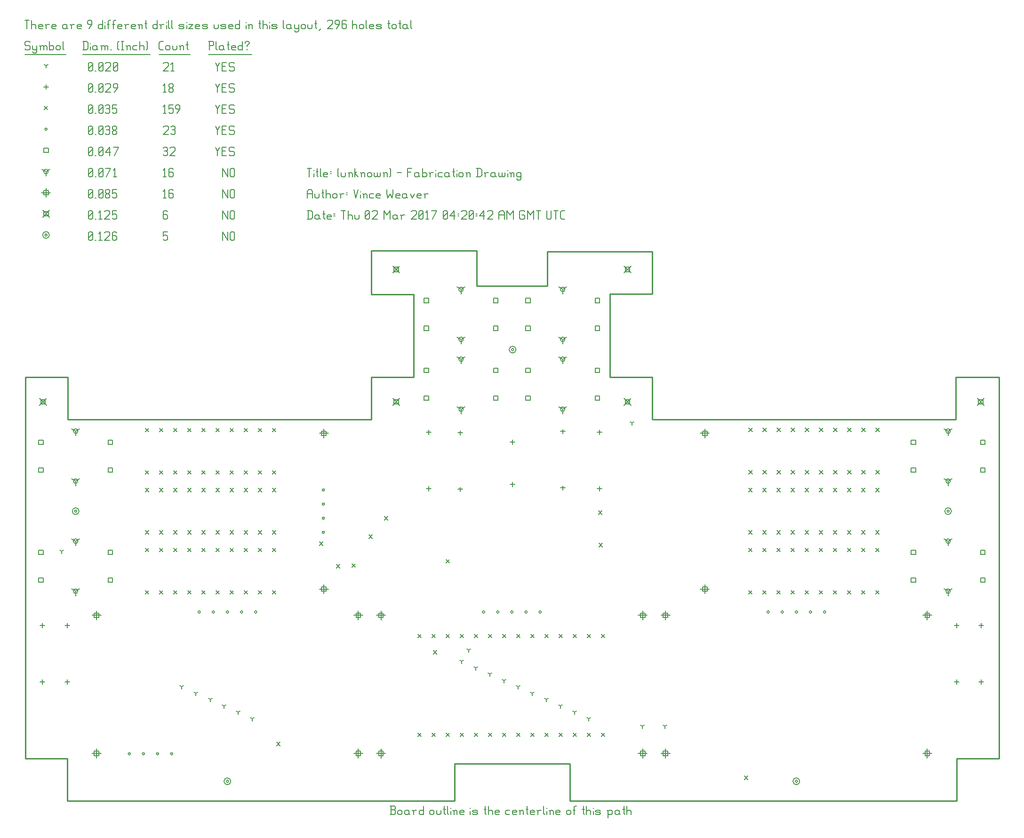
<source format=gbr>
G04 start of page 18 for group -3984 idx -3984 *
G04 Title: (unknown), fab *
G04 Creator: pcb 20140316 *
G04 CreationDate: Thu 02 Mar 2017 04:20:42 AM GMT UTC *
G04 For: vince *
G04 Format: Gerber/RS-274X *
G04 PCB-Dimensions (mil): 6900.00 3900.00 *
G04 PCB-Coordinate-Origin: lower left *
%MOIN*%
%FSLAX25Y25*%
%LNFAB*%
%ADD143C,0.0100*%
%ADD142C,0.0075*%
%ADD141C,0.0060*%
%ADD140C,0.0080*%
G54D140*X653200Y205500D02*G75*G03X654800Y205500I800J0D01*G01*
G75*G03X653200Y205500I-800J0D01*G01*
X651600D02*G75*G03X656400Y205500I2400J0D01*G01*
G75*G03X651600Y205500I-2400J0D01*G01*
X35200D02*G75*G03X36800Y205500I800J0D01*G01*
G75*G03X35200Y205500I-800J0D01*G01*
X33600D02*G75*G03X38400Y205500I2400J0D01*G01*
G75*G03X33600Y205500I-2400J0D01*G01*
X545700Y14000D02*G75*G03X547300Y14000I800J0D01*G01*
G75*G03X545700Y14000I-800J0D01*G01*
X544100D02*G75*G03X548900Y14000I2400J0D01*G01*
G75*G03X544100Y14000I-2400J0D01*G01*
X142700D02*G75*G03X144300Y14000I800J0D01*G01*
G75*G03X142700Y14000I-800J0D01*G01*
X141100D02*G75*G03X145900Y14000I2400J0D01*G01*
G75*G03X141100Y14000I-2400J0D01*G01*
X344700Y320000D02*G75*G03X346300Y320000I800J0D01*G01*
G75*G03X344700Y320000I-800J0D01*G01*
X343100D02*G75*G03X347900Y320000I2400J0D01*G01*
G75*G03X343100Y320000I-2400J0D01*G01*
X14200Y401250D02*G75*G03X15800Y401250I800J0D01*G01*
G75*G03X14200Y401250I-800J0D01*G01*
X12600D02*G75*G03X17400Y401250I2400J0D01*G01*
G75*G03X12600Y401250I-2400J0D01*G01*
G54D141*X140000Y403500D02*Y397500D01*
Y403500D02*X143750Y397500D01*
Y403500D02*Y397500D01*
X145550Y402750D02*Y398250D01*
Y402750D02*X146300Y403500D01*
X147800D01*
X148550Y402750D01*
Y398250D01*
X147800Y397500D02*X148550Y398250D01*
X146300Y397500D02*X147800D01*
X145550Y398250D02*X146300Y397500D01*
X98000Y403500D02*X101000D01*
X98000D02*Y400500D01*
X98750Y401250D01*
X100250D01*
X101000Y400500D01*
Y398250D01*
X100250Y397500D02*X101000Y398250D01*
X98750Y397500D02*X100250D01*
X98000Y398250D02*X98750Y397500D01*
X45000Y398250D02*X45750Y397500D01*
X45000Y402750D02*Y398250D01*
Y402750D02*X45750Y403500D01*
X47250D01*
X48000Y402750D01*
Y398250D01*
X47250Y397500D02*X48000Y398250D01*
X45750Y397500D02*X47250D01*
X45000Y399000D02*X48000Y402000D01*
X49800Y397500D02*X50550D01*
X52350Y402300D02*X53550Y403500D01*
Y397500D01*
X52350D02*X54600D01*
X56400Y402750D02*X57150Y403500D01*
X59400D01*
X60150Y402750D01*
Y401250D01*
X56400Y397500D02*X60150Y401250D01*
X56400Y397500D02*X60150D01*
X64200Y403500D02*X64950Y402750D01*
X62700Y403500D02*X64200D01*
X61950Y402750D02*X62700Y403500D01*
X61950Y402750D02*Y398250D01*
X62700Y397500D01*
X64200Y400800D02*X64950Y400050D01*
X61950Y400800D02*X64200D01*
X62700Y397500D02*X64200D01*
X64950Y398250D01*
Y400050D02*Y398250D01*
X674600Y285400D02*X679400Y280600D01*
X674600D02*X679400Y285400D01*
X675400Y284600D02*X678600D01*
X675400D02*Y281400D01*
X678600D01*
Y284600D02*Y281400D01*
X424550Y285400D02*X429350Y280600D01*
X424550D02*X429350Y285400D01*
X425350Y284600D02*X428550D01*
X425350D02*Y281400D01*
X428550D01*
Y284600D02*Y281400D01*
X424550Y379150D02*X429350Y374350D01*
X424550D02*X429350Y379150D01*
X425350Y378350D02*X428550D01*
X425350D02*Y375150D01*
X428550D01*
Y378350D02*Y375150D01*
X10550Y285400D02*X15350Y280600D01*
X10550D02*X15350Y285400D01*
X11350Y284600D02*X14550D01*
X11350D02*Y281400D01*
X14550D01*
Y284600D02*Y281400D01*
X260600Y285400D02*X265400Y280600D01*
X260600D02*X265400Y285400D01*
X261400Y284600D02*X264600D01*
X261400D02*Y281400D01*
X264600D01*
Y284600D02*Y281400D01*
X260600Y379150D02*X265400Y374350D01*
X260600D02*X265400Y379150D01*
X261400Y378350D02*X264600D01*
X261400D02*Y375150D01*
X264600D01*
Y378350D02*Y375150D01*
X12600Y418650D02*X17400Y413850D01*
X12600D02*X17400Y418650D01*
X13400Y417850D02*X16600D01*
X13400D02*Y414650D01*
X16600D01*
Y417850D02*Y414650D01*
X140000Y418500D02*Y412500D01*
Y418500D02*X143750Y412500D01*
Y418500D02*Y412500D01*
X145550Y417750D02*Y413250D01*
Y417750D02*X146300Y418500D01*
X147800D01*
X148550Y417750D01*
Y413250D01*
X147800Y412500D02*X148550Y413250D01*
X146300Y412500D02*X147800D01*
X145550Y413250D02*X146300Y412500D01*
X100250Y418500D02*X101000Y417750D01*
X98750Y418500D02*X100250D01*
X98000Y417750D02*X98750Y418500D01*
X98000Y417750D02*Y413250D01*
X98750Y412500D01*
X100250Y415800D02*X101000Y415050D01*
X98000Y415800D02*X100250D01*
X98750Y412500D02*X100250D01*
X101000Y413250D01*
Y415050D02*Y413250D01*
X45000D02*X45750Y412500D01*
X45000Y417750D02*Y413250D01*
Y417750D02*X45750Y418500D01*
X47250D01*
X48000Y417750D01*
Y413250D01*
X47250Y412500D02*X48000Y413250D01*
X45750Y412500D02*X47250D01*
X45000Y414000D02*X48000Y417000D01*
X49800Y412500D02*X50550D01*
X52350Y417300D02*X53550Y418500D01*
Y412500D01*
X52350D02*X54600D01*
X56400Y417750D02*X57150Y418500D01*
X59400D01*
X60150Y417750D01*
Y416250D01*
X56400Y412500D02*X60150Y416250D01*
X56400Y412500D02*X60150D01*
X61950Y418500D02*X64950D01*
X61950D02*Y415500D01*
X62700Y416250D01*
X64200D01*
X64950Y415500D01*
Y413250D01*
X64200Y412500D02*X64950Y413250D01*
X62700Y412500D02*X64200D01*
X61950Y413250D02*X62700Y412500D01*
X50800Y134900D02*Y128500D01*
X47600Y131700D02*X54000D01*
X49200Y133300D02*X52400D01*
X49200D02*Y130100D01*
X52400D01*
Y133300D02*Y130100D01*
X50800Y37000D02*Y30600D01*
X47600Y33800D02*X54000D01*
X49200Y35400D02*X52400D01*
X49200D02*Y32200D01*
X52400D01*
Y35400D02*Y32200D01*
X236200Y134900D02*Y128500D01*
X233000Y131700D02*X239400D01*
X234600Y133300D02*X237800D01*
X234600D02*Y130100D01*
X237800D01*
Y133300D02*Y130100D01*
X236200Y37000D02*Y30600D01*
X233000Y33800D02*X239400D01*
X234600Y35400D02*X237800D01*
X234600D02*Y32200D01*
X237800D01*
Y35400D02*Y32200D01*
X252300Y134900D02*Y128500D01*
X249100Y131700D02*X255500D01*
X250700Y133300D02*X253900D01*
X250700D02*Y130100D01*
X253900D01*
Y133300D02*Y130100D01*
X252300Y37000D02*Y30600D01*
X249100Y33800D02*X255500D01*
X250700Y35400D02*X253900D01*
X250700D02*Y32200D01*
X253900D01*
Y35400D02*Y32200D01*
X437700Y134900D02*Y128500D01*
X434500Y131700D02*X440900D01*
X436100Y133300D02*X439300D01*
X436100D02*Y130100D01*
X439300D01*
Y133300D02*Y130100D01*
X437700Y37000D02*Y30600D01*
X434500Y33800D02*X440900D01*
X436100Y35400D02*X439300D01*
X436100D02*Y32200D01*
X439300D01*
Y35400D02*Y32200D01*
X453800Y134900D02*Y128500D01*
X450600Y131700D02*X457000D01*
X452200Y133300D02*X455400D01*
X452200D02*Y130100D01*
X455400D01*
Y133300D02*Y130100D01*
X453800Y37000D02*Y30600D01*
X450600Y33800D02*X457000D01*
X452200Y35400D02*X455400D01*
X452200D02*Y32200D01*
X455400D01*
Y35400D02*Y32200D01*
X639200Y134900D02*Y128500D01*
X636000Y131700D02*X642400D01*
X637600Y133300D02*X640800D01*
X637600D02*Y130100D01*
X640800D01*
Y133300D02*Y130100D01*
X639200Y37000D02*Y30600D01*
X636000Y33800D02*X642400D01*
X637600Y35400D02*X640800D01*
X637600D02*Y32200D01*
X640800D01*
Y35400D02*Y32200D01*
X211800Y153500D02*Y147100D01*
X208600Y150300D02*X215000D01*
X210200Y151900D02*X213400D01*
X210200D02*Y148700D01*
X213400D01*
Y151900D02*Y148700D01*
X211800Y263900D02*Y257500D01*
X208600Y260700D02*X215000D01*
X210200Y262300D02*X213400D01*
X210200D02*Y259100D01*
X213400D01*
Y262300D02*Y259100D01*
X481700Y153500D02*Y147100D01*
X478500Y150300D02*X484900D01*
X480100Y151900D02*X483300D01*
X480100D02*Y148700D01*
X483300D01*
Y151900D02*Y148700D01*
X481700Y263900D02*Y257500D01*
X478500Y260700D02*X484900D01*
X480100Y262300D02*X483300D01*
X480100D02*Y259100D01*
X483300D01*
Y262300D02*Y259100D01*
X15000Y434450D02*Y428050D01*
X11800Y431250D02*X18200D01*
X13400Y432850D02*X16600D01*
X13400D02*Y429650D01*
X16600D01*
Y432850D02*Y429650D01*
X140000Y433500D02*Y427500D01*
Y433500D02*X143750Y427500D01*
Y433500D02*Y427500D01*
X145550Y432750D02*Y428250D01*
Y432750D02*X146300Y433500D01*
X147800D01*
X148550Y432750D01*
Y428250D01*
X147800Y427500D02*X148550Y428250D01*
X146300Y427500D02*X147800D01*
X145550Y428250D02*X146300Y427500D01*
X98000Y432300D02*X99200Y433500D01*
Y427500D01*
X98000D02*X100250D01*
X104300Y433500D02*X105050Y432750D01*
X102800Y433500D02*X104300D01*
X102050Y432750D02*X102800Y433500D01*
X102050Y432750D02*Y428250D01*
X102800Y427500D01*
X104300Y430800D02*X105050Y430050D01*
X102050Y430800D02*X104300D01*
X102800Y427500D02*X104300D01*
X105050Y428250D01*
Y430050D02*Y428250D01*
X45000D02*X45750Y427500D01*
X45000Y432750D02*Y428250D01*
Y432750D02*X45750Y433500D01*
X47250D01*
X48000Y432750D01*
Y428250D01*
X47250Y427500D02*X48000Y428250D01*
X45750Y427500D02*X47250D01*
X45000Y429000D02*X48000Y432000D01*
X49800Y427500D02*X50550D01*
X52350Y428250D02*X53100Y427500D01*
X52350Y432750D02*Y428250D01*
Y432750D02*X53100Y433500D01*
X54600D01*
X55350Y432750D01*
Y428250D01*
X54600Y427500D02*X55350Y428250D01*
X53100Y427500D02*X54600D01*
X52350Y429000D02*X55350Y432000D01*
X57150Y428250D02*X57900Y427500D01*
X57150Y429450D02*Y428250D01*
Y429450D02*X58200Y430500D01*
X59100D01*
X60150Y429450D01*
Y428250D01*
X59400Y427500D02*X60150Y428250D01*
X57900Y427500D02*X59400D01*
X57150Y431550D02*X58200Y430500D01*
X57150Y432750D02*Y431550D01*
Y432750D02*X57900Y433500D01*
X59400D01*
X60150Y432750D01*
Y431550D01*
X59100Y430500D02*X60150Y431550D01*
X61950Y433500D02*X64950D01*
X61950D02*Y430500D01*
X62700Y431250D01*
X64200D01*
X64950Y430500D01*
Y428250D01*
X64200Y427500D02*X64950Y428250D01*
X62700Y427500D02*X64200D01*
X61950Y428250D02*X62700Y427500D01*
X36000Y184217D02*Y181017D01*
Y184217D02*X38773Y185817D01*
X36000Y184217D02*X33227Y185817D01*
X34400Y184217D02*G75*G03X37600Y184217I1600J0D01*G01*
G75*G03X34400Y184217I-1600J0D01*G01*
X36000Y148783D02*Y145583D01*
Y148783D02*X38773Y150383D01*
X36000Y148783D02*X33227Y150383D01*
X34400Y148783D02*G75*G03X37600Y148783I1600J0D01*G01*
G75*G03X34400Y148783I-1600J0D01*G01*
X36000Y262217D02*Y259017D01*
Y262217D02*X38773Y263817D01*
X36000Y262217D02*X33227Y263817D01*
X34400Y262217D02*G75*G03X37600Y262217I1600J0D01*G01*
G75*G03X34400Y262217I-1600J0D01*G01*
X36000Y226783D02*Y223583D01*
Y226783D02*X38773Y228383D01*
X36000Y226783D02*X33227Y228383D01*
X34400Y226783D02*G75*G03X37600Y226783I1600J0D01*G01*
G75*G03X34400Y226783I-1600J0D01*G01*
X309000Y313217D02*Y310017D01*
Y313217D02*X311773Y314817D01*
X309000Y313217D02*X306227Y314817D01*
X307400Y313217D02*G75*G03X310600Y313217I1600J0D01*G01*
G75*G03X307400Y313217I-1600J0D01*G01*
X309000Y277783D02*Y274583D01*
Y277783D02*X311773Y279383D01*
X309000Y277783D02*X306227Y279383D01*
X307400Y277783D02*G75*G03X310600Y277783I1600J0D01*G01*
G75*G03X307400Y277783I-1600J0D01*G01*
X309000Y362717D02*Y359517D01*
Y362717D02*X311773Y364317D01*
X309000Y362717D02*X306227Y364317D01*
X307400Y362717D02*G75*G03X310600Y362717I1600J0D01*G01*
G75*G03X307400Y362717I-1600J0D01*G01*
X309000Y327283D02*Y324083D01*
Y327283D02*X311773Y328883D01*
X309000Y327283D02*X306227Y328883D01*
X307400Y327283D02*G75*G03X310600Y327283I1600J0D01*G01*
G75*G03X307400Y327283I-1600J0D01*G01*
X381000Y362717D02*Y359517D01*
Y362717D02*X383773Y364317D01*
X381000Y362717D02*X378227Y364317D01*
X379400Y362717D02*G75*G03X382600Y362717I1600J0D01*G01*
G75*G03X379400Y362717I-1600J0D01*G01*
X381000Y327283D02*Y324083D01*
Y327283D02*X383773Y328883D01*
X381000Y327283D02*X378227Y328883D01*
X379400Y327283D02*G75*G03X382600Y327283I1600J0D01*G01*
G75*G03X379400Y327283I-1600J0D01*G01*
X381000Y313217D02*Y310017D01*
Y313217D02*X383773Y314817D01*
X381000Y313217D02*X378227Y314817D01*
X379400Y313217D02*G75*G03X382600Y313217I1600J0D01*G01*
G75*G03X379400Y313217I-1600J0D01*G01*
X381000Y277783D02*Y274583D01*
Y277783D02*X383773Y279383D01*
X381000Y277783D02*X378227Y279383D01*
X379400Y277783D02*G75*G03X382600Y277783I1600J0D01*G01*
G75*G03X379400Y277783I-1600J0D01*G01*
X654000Y262217D02*Y259017D01*
Y262217D02*X656773Y263817D01*
X654000Y262217D02*X651227Y263817D01*
X652400Y262217D02*G75*G03X655600Y262217I1600J0D01*G01*
G75*G03X652400Y262217I-1600J0D01*G01*
X654000Y226783D02*Y223583D01*
Y226783D02*X656773Y228383D01*
X654000Y226783D02*X651227Y228383D01*
X652400Y226783D02*G75*G03X655600Y226783I1600J0D01*G01*
G75*G03X652400Y226783I-1600J0D01*G01*
X654000Y184217D02*Y181017D01*
Y184217D02*X656773Y185817D01*
X654000Y184217D02*X651227Y185817D01*
X652400Y184217D02*G75*G03X655600Y184217I1600J0D01*G01*
G75*G03X652400Y184217I-1600J0D01*G01*
X654000Y148783D02*Y145583D01*
Y148783D02*X656773Y150383D01*
X654000Y148783D02*X651227Y150383D01*
X652400Y148783D02*G75*G03X655600Y148783I1600J0D01*G01*
G75*G03X652400Y148783I-1600J0D01*G01*
X15000Y446250D02*Y443050D01*
Y446250D02*X17773Y447850D01*
X15000Y446250D02*X12227Y447850D01*
X13400Y446250D02*G75*G03X16600Y446250I1600J0D01*G01*
G75*G03X13400Y446250I-1600J0D01*G01*
X140000Y448500D02*Y442500D01*
Y448500D02*X143750Y442500D01*
Y448500D02*Y442500D01*
X145550Y447750D02*Y443250D01*
Y447750D02*X146300Y448500D01*
X147800D01*
X148550Y447750D01*
Y443250D01*
X147800Y442500D02*X148550Y443250D01*
X146300Y442500D02*X147800D01*
X145550Y443250D02*X146300Y442500D01*
X98000Y447300D02*X99200Y448500D01*
Y442500D01*
X98000D02*X100250D01*
X104300Y448500D02*X105050Y447750D01*
X102800Y448500D02*X104300D01*
X102050Y447750D02*X102800Y448500D01*
X102050Y447750D02*Y443250D01*
X102800Y442500D01*
X104300Y445800D02*X105050Y445050D01*
X102050Y445800D02*X104300D01*
X102800Y442500D02*X104300D01*
X105050Y443250D01*
Y445050D02*Y443250D01*
X45000D02*X45750Y442500D01*
X45000Y447750D02*Y443250D01*
Y447750D02*X45750Y448500D01*
X47250D01*
X48000Y447750D01*
Y443250D01*
X47250Y442500D02*X48000Y443250D01*
X45750Y442500D02*X47250D01*
X45000Y444000D02*X48000Y447000D01*
X49800Y442500D02*X50550D01*
X52350Y443250D02*X53100Y442500D01*
X52350Y447750D02*Y443250D01*
Y447750D02*X53100Y448500D01*
X54600D01*
X55350Y447750D01*
Y443250D01*
X54600Y442500D02*X55350Y443250D01*
X53100Y442500D02*X54600D01*
X52350Y444000D02*X55350Y447000D01*
X57900Y442500D02*X60900Y448500D01*
X57150D02*X60900D01*
X62700Y447300D02*X63900Y448500D01*
Y442500D01*
X62700D02*X64950D01*
X9794Y177943D02*X12994D01*
X9794D02*Y174743D01*
X12994D01*
Y177943D02*Y174743D01*
X59006Y177943D02*X62206D01*
X59006D02*Y174743D01*
X62206D01*
Y177943D02*Y174743D01*
X9794Y158257D02*X12994D01*
X9794D02*Y155057D01*
X12994D01*
Y158257D02*Y155057D01*
X59006Y158257D02*X62206D01*
X59006D02*Y155057D01*
X62206D01*
Y158257D02*Y155057D01*
X9794Y255943D02*X12994D01*
X9794D02*Y252743D01*
X12994D01*
Y255943D02*Y252743D01*
X59006Y255943D02*X62206D01*
X59006D02*Y252743D01*
X62206D01*
Y255943D02*Y252743D01*
X9794Y236257D02*X12994D01*
X9794D02*Y233057D01*
X12994D01*
Y236257D02*Y233057D01*
X59006Y236257D02*X62206D01*
X59006D02*Y233057D01*
X62206D01*
Y236257D02*Y233057D01*
X282794Y306943D02*X285994D01*
X282794D02*Y303743D01*
X285994D01*
Y306943D02*Y303743D01*
X332006Y306943D02*X335206D01*
X332006D02*Y303743D01*
X335206D01*
Y306943D02*Y303743D01*
X282794Y287257D02*X285994D01*
X282794D02*Y284057D01*
X285994D01*
Y287257D02*Y284057D01*
X332006Y287257D02*X335206D01*
X332006D02*Y284057D01*
X335206D01*
Y287257D02*Y284057D01*
X282794Y356443D02*X285994D01*
X282794D02*Y353243D01*
X285994D01*
Y356443D02*Y353243D01*
X332006Y356443D02*X335206D01*
X332006D02*Y353243D01*
X335206D01*
Y356443D02*Y353243D01*
X282794Y336757D02*X285994D01*
X282794D02*Y333557D01*
X285994D01*
Y336757D02*Y333557D01*
X332006Y336757D02*X335206D01*
X332006D02*Y333557D01*
X335206D01*
Y336757D02*Y333557D01*
X354794Y356443D02*X357994D01*
X354794D02*Y353243D01*
X357994D01*
Y356443D02*Y353243D01*
X404006Y356443D02*X407206D01*
X404006D02*Y353243D01*
X407206D01*
Y356443D02*Y353243D01*
X354794Y336757D02*X357994D01*
X354794D02*Y333557D01*
X357994D01*
Y336757D02*Y333557D01*
X404006Y336757D02*X407206D01*
X404006D02*Y333557D01*
X407206D01*
Y336757D02*Y333557D01*
X354794Y306943D02*X357994D01*
X354794D02*Y303743D01*
X357994D01*
Y306943D02*Y303743D01*
X404006Y306943D02*X407206D01*
X404006D02*Y303743D01*
X407206D01*
Y306943D02*Y303743D01*
X354794Y287257D02*X357994D01*
X354794D02*Y284057D01*
X357994D01*
Y287257D02*Y284057D01*
X404006Y287257D02*X407206D01*
X404006D02*Y284057D01*
X407206D01*
Y287257D02*Y284057D01*
X627794Y255943D02*X630994D01*
X627794D02*Y252743D01*
X630994D01*
Y255943D02*Y252743D01*
X677006Y255943D02*X680206D01*
X677006D02*Y252743D01*
X680206D01*
Y255943D02*Y252743D01*
X627794Y236257D02*X630994D01*
X627794D02*Y233057D01*
X630994D01*
Y236257D02*Y233057D01*
X677006Y236257D02*X680206D01*
X677006D02*Y233057D01*
X680206D01*
Y236257D02*Y233057D01*
X627794Y177943D02*X630994D01*
X627794D02*Y174743D01*
X630994D01*
Y177943D02*Y174743D01*
X677006Y177943D02*X680206D01*
X677006D02*Y174743D01*
X680206D01*
Y177943D02*Y174743D01*
X627794Y158257D02*X630994D01*
X627794D02*Y155057D01*
X630994D01*
Y158257D02*Y155057D01*
X677006Y158257D02*X680206D01*
X677006D02*Y155057D01*
X680206D01*
Y158257D02*Y155057D01*
X13400Y462850D02*X16600D01*
X13400D02*Y459650D01*
X16600D01*
Y462850D02*Y459650D01*
X135000Y463500D02*X136500Y460500D01*
X138000Y463500D01*
X136500Y460500D02*Y457500D01*
X139800Y460800D02*X142050D01*
X139800Y457500D02*X142800D01*
X139800Y463500D02*Y457500D01*
Y463500D02*X142800D01*
X147600D02*X148350Y462750D01*
X145350Y463500D02*X147600D01*
X144600Y462750D02*X145350Y463500D01*
X144600Y462750D02*Y461250D01*
X145350Y460500D01*
X147600D01*
X148350Y459750D01*
Y458250D01*
X147600Y457500D02*X148350Y458250D01*
X145350Y457500D02*X147600D01*
X144600Y458250D02*X145350Y457500D01*
X98000Y462750D02*X98750Y463500D01*
X100250D01*
X101000Y462750D01*
X100250Y457500D02*X101000Y458250D01*
X98750Y457500D02*X100250D01*
X98000Y458250D02*X98750Y457500D01*
Y460800D02*X100250D01*
X101000Y462750D02*Y461550D01*
Y460050D02*Y458250D01*
Y460050D02*X100250Y460800D01*
X101000Y461550D02*X100250Y460800D01*
X102800Y462750D02*X103550Y463500D01*
X105800D01*
X106550Y462750D01*
Y461250D01*
X102800Y457500D02*X106550Y461250D01*
X102800Y457500D02*X106550D01*
X45000Y458250D02*X45750Y457500D01*
X45000Y462750D02*Y458250D01*
Y462750D02*X45750Y463500D01*
X47250D01*
X48000Y462750D01*
Y458250D01*
X47250Y457500D02*X48000Y458250D01*
X45750Y457500D02*X47250D01*
X45000Y459000D02*X48000Y462000D01*
X49800Y457500D02*X50550D01*
X52350Y458250D02*X53100Y457500D01*
X52350Y462750D02*Y458250D01*
Y462750D02*X53100Y463500D01*
X54600D01*
X55350Y462750D01*
Y458250D01*
X54600Y457500D02*X55350Y458250D01*
X53100Y457500D02*X54600D01*
X52350Y459000D02*X55350Y462000D01*
X57150Y459750D02*X60150Y463500D01*
X57150Y459750D02*X60900D01*
X60150Y463500D02*Y457500D01*
X63450D02*X66450Y463500D01*
X62700D02*X66450D01*
X122700Y134000D02*G75*G03X124300Y134000I800J0D01*G01*
G75*G03X122700Y134000I-800J0D01*G01*
X132700D02*G75*G03X134300Y134000I800J0D01*G01*
G75*G03X132700Y134000I-800J0D01*G01*
X142700D02*G75*G03X144300Y134000I800J0D01*G01*
G75*G03X142700Y134000I-800J0D01*G01*
X152700D02*G75*G03X154300Y134000I800J0D01*G01*
G75*G03X152700Y134000I-800J0D01*G01*
X162700D02*G75*G03X164300Y134000I800J0D01*G01*
G75*G03X162700Y134000I-800J0D01*G01*
X324200D02*G75*G03X325800Y134000I800J0D01*G01*
G75*G03X324200Y134000I-800J0D01*G01*
X334200D02*G75*G03X335800Y134000I800J0D01*G01*
G75*G03X334200Y134000I-800J0D01*G01*
X344200D02*G75*G03X345800Y134000I800J0D01*G01*
G75*G03X344200Y134000I-800J0D01*G01*
X354200D02*G75*G03X355800Y134000I800J0D01*G01*
G75*G03X354200Y134000I-800J0D01*G01*
X364200D02*G75*G03X365800Y134000I800J0D01*G01*
G75*G03X364200Y134000I-800J0D01*G01*
X525700D02*G75*G03X527300Y134000I800J0D01*G01*
G75*G03X525700Y134000I-800J0D01*G01*
X535700D02*G75*G03X537300Y134000I800J0D01*G01*
G75*G03X535700Y134000I-800J0D01*G01*
X545700D02*G75*G03X547300Y134000I800J0D01*G01*
G75*G03X545700Y134000I-800J0D01*G01*
X555700D02*G75*G03X557300Y134000I800J0D01*G01*
G75*G03X555700Y134000I-800J0D01*G01*
X565700D02*G75*G03X567300Y134000I800J0D01*G01*
G75*G03X565700Y134000I-800J0D01*G01*
X210700Y190500D02*G75*G03X212300Y190500I800J0D01*G01*
G75*G03X210700Y190500I-800J0D01*G01*
Y200500D02*G75*G03X212300Y200500I800J0D01*G01*
G75*G03X210700Y200500I-800J0D01*G01*
Y210500D02*G75*G03X212300Y210500I800J0D01*G01*
G75*G03X210700Y210500I-800J0D01*G01*
Y220500D02*G75*G03X212300Y220500I800J0D01*G01*
G75*G03X210700Y220500I-800J0D01*G01*
X103200Y33500D02*G75*G03X104800Y33500I800J0D01*G01*
G75*G03X103200Y33500I-800J0D01*G01*
X93200D02*G75*G03X94800Y33500I800J0D01*G01*
G75*G03X93200Y33500I-800J0D01*G01*
X83200D02*G75*G03X84800Y33500I800J0D01*G01*
G75*G03X83200Y33500I-800J0D01*G01*
X73200D02*G75*G03X74800Y33500I800J0D01*G01*
G75*G03X73200Y33500I-800J0D01*G01*
X14200Y476250D02*G75*G03X15800Y476250I800J0D01*G01*
G75*G03X14200Y476250I-800J0D01*G01*
X135000Y478500D02*X136500Y475500D01*
X138000Y478500D01*
X136500Y475500D02*Y472500D01*
X139800Y475800D02*X142050D01*
X139800Y472500D02*X142800D01*
X139800Y478500D02*Y472500D01*
Y478500D02*X142800D01*
X147600D02*X148350Y477750D01*
X145350Y478500D02*X147600D01*
X144600Y477750D02*X145350Y478500D01*
X144600Y477750D02*Y476250D01*
X145350Y475500D01*
X147600D01*
X148350Y474750D01*
Y473250D01*
X147600Y472500D02*X148350Y473250D01*
X145350Y472500D02*X147600D01*
X144600Y473250D02*X145350Y472500D01*
X98000Y477750D02*X98750Y478500D01*
X101000D01*
X101750Y477750D01*
Y476250D01*
X98000Y472500D02*X101750Y476250D01*
X98000Y472500D02*X101750D01*
X103550Y477750D02*X104300Y478500D01*
X105800D01*
X106550Y477750D01*
X105800Y472500D02*X106550Y473250D01*
X104300Y472500D02*X105800D01*
X103550Y473250D02*X104300Y472500D01*
Y475800D02*X105800D01*
X106550Y477750D02*Y476550D01*
Y475050D02*Y473250D01*
Y475050D02*X105800Y475800D01*
X106550Y476550D02*X105800Y475800D01*
X45000Y473250D02*X45750Y472500D01*
X45000Y477750D02*Y473250D01*
Y477750D02*X45750Y478500D01*
X47250D01*
X48000Y477750D01*
Y473250D01*
X47250Y472500D02*X48000Y473250D01*
X45750Y472500D02*X47250D01*
X45000Y474000D02*X48000Y477000D01*
X49800Y472500D02*X50550D01*
X52350Y473250D02*X53100Y472500D01*
X52350Y477750D02*Y473250D01*
Y477750D02*X53100Y478500D01*
X54600D01*
X55350Y477750D01*
Y473250D01*
X54600Y472500D02*X55350Y473250D01*
X53100Y472500D02*X54600D01*
X52350Y474000D02*X55350Y477000D01*
X57150Y477750D02*X57900Y478500D01*
X59400D01*
X60150Y477750D01*
X59400Y472500D02*X60150Y473250D01*
X57900Y472500D02*X59400D01*
X57150Y473250D02*X57900Y472500D01*
Y475800D02*X59400D01*
X60150Y477750D02*Y476550D01*
Y475050D02*Y473250D01*
Y475050D02*X59400Y475800D01*
X60150Y476550D02*X59400Y475800D01*
X61950Y473250D02*X62700Y472500D01*
X61950Y474450D02*Y473250D01*
Y474450D02*X63000Y475500D01*
X63900D01*
X64950Y474450D01*
Y473250D01*
X64200Y472500D02*X64950Y473250D01*
X62700Y472500D02*X64200D01*
X61950Y476550D02*X63000Y475500D01*
X61950Y477750D02*Y476550D01*
Y477750D02*X62700Y478500D01*
X64200D01*
X64950Y477750D01*
Y476550D01*
X63900Y475500D02*X64950Y476550D01*
X85300Y234200D02*X87700Y231800D01*
X85300D02*X87700Y234200D01*
X95300D02*X97700Y231800D01*
X95300D02*X97700Y234200D01*
X105300D02*X107700Y231800D01*
X105300D02*X107700Y234200D01*
X115300D02*X117700Y231800D01*
X115300D02*X117700Y234200D01*
X125300D02*X127700Y231800D01*
X125300D02*X127700Y234200D01*
X135300D02*X137700Y231800D01*
X135300D02*X137700Y234200D01*
X145300D02*X147700Y231800D01*
X145300D02*X147700Y234200D01*
X155300D02*X157700Y231800D01*
X155300D02*X157700Y234200D01*
X165300D02*X167700Y231800D01*
X165300D02*X167700Y234200D01*
X175300D02*X177700Y231800D01*
X175300D02*X177700Y234200D01*
X175300Y264200D02*X177700Y261800D01*
X175300D02*X177700Y264200D01*
X165300D02*X167700Y261800D01*
X165300D02*X167700Y264200D01*
X155300D02*X157700Y261800D01*
X155300D02*X157700Y264200D01*
X145300D02*X147700Y261800D01*
X145300D02*X147700Y264200D01*
X135300D02*X137700Y261800D01*
X135300D02*X137700Y264200D01*
X125300D02*X127700Y261800D01*
X125300D02*X127700Y264200D01*
X115300D02*X117700Y261800D01*
X115300D02*X117700Y264200D01*
X105300D02*X107700Y261800D01*
X105300D02*X107700Y264200D01*
X95300D02*X97700Y261800D01*
X95300D02*X97700Y264200D01*
X85300D02*X87700Y261800D01*
X85300D02*X87700Y264200D01*
X85300Y191700D02*X87700Y189300D01*
X85300D02*X87700Y191700D01*
X95300D02*X97700Y189300D01*
X95300D02*X97700Y191700D01*
X105300D02*X107700Y189300D01*
X105300D02*X107700Y191700D01*
X115300D02*X117700Y189300D01*
X115300D02*X117700Y191700D01*
X125300D02*X127700Y189300D01*
X125300D02*X127700Y191700D01*
X135300D02*X137700Y189300D01*
X135300D02*X137700Y191700D01*
X145300D02*X147700Y189300D01*
X145300D02*X147700Y191700D01*
X155300D02*X157700Y189300D01*
X155300D02*X157700Y191700D01*
X165300D02*X167700Y189300D01*
X165300D02*X167700Y191700D01*
X175300D02*X177700Y189300D01*
X175300D02*X177700Y191700D01*
X175300Y221700D02*X177700Y219300D01*
X175300D02*X177700Y221700D01*
X165300D02*X167700Y219300D01*
X165300D02*X167700Y221700D01*
X155300D02*X157700Y219300D01*
X155300D02*X157700Y221700D01*
X145300D02*X147700Y219300D01*
X145300D02*X147700Y221700D01*
X135300D02*X137700Y219300D01*
X135300D02*X137700Y221700D01*
X125300D02*X127700Y219300D01*
X125300D02*X127700Y221700D01*
X115300D02*X117700Y219300D01*
X115300D02*X117700Y221700D01*
X105300D02*X107700Y219300D01*
X105300D02*X107700Y221700D01*
X95300D02*X97700Y219300D01*
X95300D02*X97700Y221700D01*
X85300D02*X87700Y219300D01*
X85300D02*X87700Y221700D01*
X85300Y149200D02*X87700Y146800D01*
X85300D02*X87700Y149200D01*
X95300D02*X97700Y146800D01*
X95300D02*X97700Y149200D01*
X105300D02*X107700Y146800D01*
X105300D02*X107700Y149200D01*
X115300D02*X117700Y146800D01*
X115300D02*X117700Y149200D01*
X125300D02*X127700Y146800D01*
X125300D02*X127700Y149200D01*
X135300D02*X137700Y146800D01*
X135300D02*X137700Y149200D01*
X145300D02*X147700Y146800D01*
X145300D02*X147700Y149200D01*
X155300D02*X157700Y146800D01*
X155300D02*X157700Y149200D01*
X165300D02*X167700Y146800D01*
X165300D02*X167700Y149200D01*
X175300D02*X177700Y146800D01*
X175300D02*X177700Y149200D01*
X175300Y179200D02*X177700Y176800D01*
X175300D02*X177700Y179200D01*
X165300D02*X167700Y176800D01*
X165300D02*X167700Y179200D01*
X155300D02*X157700Y176800D01*
X155300D02*X157700Y179200D01*
X145300D02*X147700Y176800D01*
X145300D02*X147700Y179200D01*
X135300D02*X137700Y176800D01*
X135300D02*X137700Y179200D01*
X125300D02*X127700Y176800D01*
X125300D02*X127700Y179200D01*
X115300D02*X117700Y176800D01*
X115300D02*X117700Y179200D01*
X105300D02*X107700Y176800D01*
X105300D02*X107700Y179200D01*
X95300D02*X97700Y176800D01*
X95300D02*X97700Y179200D01*
X85300D02*X87700Y176800D01*
X85300D02*X87700Y179200D01*
X602906Y264357D02*X605306Y261957D01*
X602906D02*X605306Y264357D01*
X592906D02*X595306Y261957D01*
X592906D02*X595306Y264357D01*
X582906D02*X585306Y261957D01*
X582906D02*X585306Y264357D01*
X572906D02*X575306Y261957D01*
X572906D02*X575306Y264357D01*
X562906D02*X565306Y261957D01*
X562906D02*X565306Y264357D01*
X552906D02*X555306Y261957D01*
X552906D02*X555306Y264357D01*
X542906D02*X545306Y261957D01*
X542906D02*X545306Y264357D01*
X532906D02*X535306Y261957D01*
X532906D02*X535306Y264357D01*
X522906D02*X525306Y261957D01*
X522906D02*X525306Y264357D01*
X512906D02*X515306Y261957D01*
X512906D02*X515306Y264357D01*
X512906Y234357D02*X515306Y231957D01*
X512906D02*X515306Y234357D01*
X522906D02*X525306Y231957D01*
X522906D02*X525306Y234357D01*
X532906D02*X535306Y231957D01*
X532906D02*X535306Y234357D01*
X542906D02*X545306Y231957D01*
X542906D02*X545306Y234357D01*
X552906D02*X555306Y231957D01*
X552906D02*X555306Y234357D01*
X562906D02*X565306Y231957D01*
X562906D02*X565306Y234357D01*
X572906D02*X575306Y231957D01*
X572906D02*X575306Y234357D01*
X582906D02*X585306Y231957D01*
X582906D02*X585306Y234357D01*
X592906D02*X595306Y231957D01*
X592906D02*X595306Y234357D01*
X602906D02*X605306Y231957D01*
X602906D02*X605306Y234357D01*
X278300Y118200D02*X280700Y115800D01*
X278300D02*X280700Y118200D01*
X288300D02*X290700Y115800D01*
X288300D02*X290700Y118200D01*
X298300D02*X300700Y115800D01*
X298300D02*X300700Y118200D01*
X308300D02*X310700Y115800D01*
X308300D02*X310700Y118200D01*
X318300D02*X320700Y115800D01*
X318300D02*X320700Y118200D01*
X328300D02*X330700Y115800D01*
X328300D02*X330700Y118200D01*
X338300D02*X340700Y115800D01*
X338300D02*X340700Y118200D01*
X348300D02*X350700Y115800D01*
X348300D02*X350700Y118200D01*
X358300D02*X360700Y115800D01*
X358300D02*X360700Y118200D01*
X368300D02*X370700Y115800D01*
X368300D02*X370700Y118200D01*
X378300D02*X380700Y115800D01*
X378300D02*X380700Y118200D01*
X388300D02*X390700Y115800D01*
X388300D02*X390700Y118200D01*
X398300D02*X400700Y115800D01*
X398300D02*X400700Y118200D01*
X408300D02*X410700Y115800D01*
X408300D02*X410700Y118200D01*
X408300Y48200D02*X410700Y45800D01*
X408300D02*X410700Y48200D01*
X398300D02*X400700Y45800D01*
X398300D02*X400700Y48200D01*
X388300D02*X390700Y45800D01*
X388300D02*X390700Y48200D01*
X378300D02*X380700Y45800D01*
X378300D02*X380700Y48200D01*
X368300D02*X370700Y45800D01*
X368300D02*X370700Y48200D01*
X358300D02*X360700Y45800D01*
X358300D02*X360700Y48200D01*
X348300D02*X350700Y45800D01*
X348300D02*X350700Y48200D01*
X338300D02*X340700Y45800D01*
X338300D02*X340700Y48200D01*
X328300D02*X330700Y45800D01*
X328300D02*X330700Y48200D01*
X318300D02*X320700Y45800D01*
X318300D02*X320700Y48200D01*
X308300D02*X310700Y45800D01*
X308300D02*X310700Y48200D01*
X298300D02*X300700Y45800D01*
X298300D02*X300700Y48200D01*
X288300D02*X290700Y45800D01*
X288300D02*X290700Y48200D01*
X278300D02*X280700Y45800D01*
X278300D02*X280700Y48200D01*
X602800Y179200D02*X605200Y176800D01*
X602800D02*X605200Y179200D01*
X592800D02*X595200Y176800D01*
X592800D02*X595200Y179200D01*
X582800D02*X585200Y176800D01*
X582800D02*X585200Y179200D01*
X572800D02*X575200Y176800D01*
X572800D02*X575200Y179200D01*
X562800D02*X565200Y176800D01*
X562800D02*X565200Y179200D01*
X552800D02*X555200Y176800D01*
X552800D02*X555200Y179200D01*
X542800D02*X545200Y176800D01*
X542800D02*X545200Y179200D01*
X532800D02*X535200Y176800D01*
X532800D02*X535200Y179200D01*
X522800D02*X525200Y176800D01*
X522800D02*X525200Y179200D01*
X512800D02*X515200Y176800D01*
X512800D02*X515200Y179200D01*
X512800Y149200D02*X515200Y146800D01*
X512800D02*X515200Y149200D01*
X522800D02*X525200Y146800D01*
X522800D02*X525200Y149200D01*
X532800D02*X535200Y146800D01*
X532800D02*X535200Y149200D01*
X542800D02*X545200Y146800D01*
X542800D02*X545200Y149200D01*
X552800D02*X555200Y146800D01*
X552800D02*X555200Y149200D01*
X562800D02*X565200Y146800D01*
X562800D02*X565200Y149200D01*
X572800D02*X575200Y146800D01*
X572800D02*X575200Y149200D01*
X582800D02*X585200Y146800D01*
X582800D02*X585200Y149200D01*
X592800D02*X595200Y146800D01*
X592800D02*X595200Y149200D01*
X602800D02*X605200Y146800D01*
X602800D02*X605200Y149200D01*
X602800Y221700D02*X605200Y219300D01*
X602800D02*X605200Y221700D01*
X592800D02*X595200Y219300D01*
X592800D02*X595200Y221700D01*
X582800D02*X585200Y219300D01*
X582800D02*X585200Y221700D01*
X572800D02*X575200Y219300D01*
X572800D02*X575200Y221700D01*
X562800D02*X565200Y219300D01*
X562800D02*X565200Y221700D01*
X552800D02*X555200Y219300D01*
X552800D02*X555200Y221700D01*
X542800D02*X545200Y219300D01*
X542800D02*X545200Y221700D01*
X532800D02*X535200Y219300D01*
X532800D02*X535200Y221700D01*
X522800D02*X525200Y219300D01*
X522800D02*X525200Y221700D01*
X512800D02*X515200Y219300D01*
X512800D02*X515200Y221700D01*
X512800Y191700D02*X515200Y189300D01*
X512800D02*X515200Y191700D01*
X522800D02*X525200Y189300D01*
X522800D02*X525200Y191700D01*
X532800D02*X535200Y189300D01*
X532800D02*X535200Y191700D01*
X542800D02*X545200Y189300D01*
X542800D02*X545200Y191700D01*
X552800D02*X555200Y189300D01*
X552800D02*X555200Y191700D01*
X562800D02*X565200Y189300D01*
X562800D02*X565200Y191700D01*
X572800D02*X575200Y189300D01*
X572800D02*X575200Y191700D01*
X582800D02*X585200Y189300D01*
X582800D02*X585200Y191700D01*
X592800D02*X595200Y189300D01*
X592800D02*X595200Y191700D01*
X602800D02*X605200Y189300D01*
X602800D02*X605200Y191700D01*
X208800Y183700D02*X211200Y181300D01*
X208800D02*X211200Y183700D01*
X298300Y171200D02*X300700Y168800D01*
X298300D02*X300700Y171200D01*
X220800Y167700D02*X223200Y165300D01*
X220800D02*X223200Y167700D01*
X231800Y168200D02*X234200Y165800D01*
X231800D02*X234200Y168200D01*
X178300Y41700D02*X180700Y39300D01*
X178300D02*X180700Y41700D01*
X289300Y106700D02*X291700Y104300D01*
X289300D02*X291700Y106700D01*
X509800Y17700D02*X512200Y15300D01*
X509800D02*X512200Y17700D01*
X243800Y188700D02*X246200Y186300D01*
X243800D02*X246200Y188700D01*
X254800Y201700D02*X257200Y199300D01*
X254800D02*X257200Y201700D01*
X406800Y182700D02*X409200Y180300D01*
X406800D02*X409200Y182700D01*
X406300Y205700D02*X408700Y203300D01*
X406300D02*X408700Y205700D01*
X13800Y492450D02*X16200Y490050D01*
X13800D02*X16200Y492450D01*
X135000Y493500D02*X136500Y490500D01*
X138000Y493500D01*
X136500Y490500D02*Y487500D01*
X139800Y490800D02*X142050D01*
X139800Y487500D02*X142800D01*
X139800Y493500D02*Y487500D01*
Y493500D02*X142800D01*
X147600D02*X148350Y492750D01*
X145350Y493500D02*X147600D01*
X144600Y492750D02*X145350Y493500D01*
X144600Y492750D02*Y491250D01*
X145350Y490500D01*
X147600D01*
X148350Y489750D01*
Y488250D01*
X147600Y487500D02*X148350Y488250D01*
X145350Y487500D02*X147600D01*
X144600Y488250D02*X145350Y487500D01*
X98000Y492300D02*X99200Y493500D01*
Y487500D01*
X98000D02*X100250D01*
X102050Y493500D02*X105050D01*
X102050D02*Y490500D01*
X102800Y491250D01*
X104300D01*
X105050Y490500D01*
Y488250D01*
X104300Y487500D02*X105050Y488250D01*
X102800Y487500D02*X104300D01*
X102050Y488250D02*X102800Y487500D01*
X107600D02*X109850Y490500D01*
Y492750D02*Y490500D01*
X109100Y493500D02*X109850Y492750D01*
X107600Y493500D02*X109100D01*
X106850Y492750D02*X107600Y493500D01*
X106850Y492750D02*Y491250D01*
X107600Y490500D01*
X109850D01*
X45000Y488250D02*X45750Y487500D01*
X45000Y492750D02*Y488250D01*
Y492750D02*X45750Y493500D01*
X47250D01*
X48000Y492750D01*
Y488250D01*
X47250Y487500D02*X48000Y488250D01*
X45750Y487500D02*X47250D01*
X45000Y489000D02*X48000Y492000D01*
X49800Y487500D02*X50550D01*
X52350Y488250D02*X53100Y487500D01*
X52350Y492750D02*Y488250D01*
Y492750D02*X53100Y493500D01*
X54600D01*
X55350Y492750D01*
Y488250D01*
X54600Y487500D02*X55350Y488250D01*
X53100Y487500D02*X54600D01*
X52350Y489000D02*X55350Y492000D01*
X57150Y492750D02*X57900Y493500D01*
X59400D01*
X60150Y492750D01*
X59400Y487500D02*X60150Y488250D01*
X57900Y487500D02*X59400D01*
X57150Y488250D02*X57900Y487500D01*
Y490800D02*X59400D01*
X60150Y492750D02*Y491550D01*
Y490050D02*Y488250D01*
Y490050D02*X59400Y490800D01*
X60150Y491550D02*X59400Y490800D01*
X61950Y493500D02*X64950D01*
X61950D02*Y490500D01*
X62700Y491250D01*
X64200D01*
X64950Y490500D01*
Y488250D01*
X64200Y487500D02*X64950Y488250D01*
X62700Y487500D02*X64200D01*
X61950Y488250D02*X62700Y487500D01*
X30000Y86100D02*Y82900D01*
X28400Y84500D02*X31600D01*
X30000Y126100D02*Y122900D01*
X28400Y124500D02*X31600D01*
X12500Y86100D02*Y82900D01*
X10900Y84500D02*X14100D01*
X12500Y126100D02*Y122900D01*
X10900Y124500D02*X14100D01*
X308500Y222600D02*Y219400D01*
X306900Y221000D02*X310100D01*
X308500Y262600D02*Y259400D01*
X306900Y261000D02*X310100D01*
X286000Y223100D02*Y219900D01*
X284400Y221500D02*X287600D01*
X286000Y263100D02*Y259900D01*
X284400Y261500D02*X287600D01*
X407000Y223100D02*Y219900D01*
X405400Y221500D02*X408600D01*
X407000Y263100D02*Y259900D01*
X405400Y261500D02*X408600D01*
X381000Y223600D02*Y220400D01*
X379400Y222000D02*X382600D01*
X381000Y263600D02*Y260400D01*
X379400Y262000D02*X382600D01*
X677500Y86100D02*Y82900D01*
X675900Y84500D02*X679100D01*
X677500Y126100D02*Y122900D01*
X675900Y124500D02*X679100D01*
X660000Y86100D02*Y82900D01*
X658400Y84500D02*X661600D01*
X660000Y126100D02*Y122900D01*
X658400Y124500D02*X661600D01*
X345500Y256100D02*Y252900D01*
X343900Y254500D02*X347100D01*
X345500Y226100D02*Y222900D01*
X343900Y224500D02*X347100D01*
X15000Y507850D02*Y504650D01*
X13400Y506250D02*X16600D01*
X135000Y508500D02*X136500Y505500D01*
X138000Y508500D01*
X136500Y505500D02*Y502500D01*
X139800Y505800D02*X142050D01*
X139800Y502500D02*X142800D01*
X139800Y508500D02*Y502500D01*
Y508500D02*X142800D01*
X147600D02*X148350Y507750D01*
X145350Y508500D02*X147600D01*
X144600Y507750D02*X145350Y508500D01*
X144600Y507750D02*Y506250D01*
X145350Y505500D01*
X147600D01*
X148350Y504750D01*
Y503250D01*
X147600Y502500D02*X148350Y503250D01*
X145350Y502500D02*X147600D01*
X144600Y503250D02*X145350Y502500D01*
X98000Y507300D02*X99200Y508500D01*
Y502500D01*
X98000D02*X100250D01*
X102050Y503250D02*X102800Y502500D01*
X102050Y504450D02*Y503250D01*
Y504450D02*X103100Y505500D01*
X104000D01*
X105050Y504450D01*
Y503250D01*
X104300Y502500D02*X105050Y503250D01*
X102800Y502500D02*X104300D01*
X102050Y506550D02*X103100Y505500D01*
X102050Y507750D02*Y506550D01*
Y507750D02*X102800Y508500D01*
X104300D01*
X105050Y507750D01*
Y506550D01*
X104000Y505500D02*X105050Y506550D01*
X45000Y503250D02*X45750Y502500D01*
X45000Y507750D02*Y503250D01*
Y507750D02*X45750Y508500D01*
X47250D01*
X48000Y507750D01*
Y503250D01*
X47250Y502500D02*X48000Y503250D01*
X45750Y502500D02*X47250D01*
X45000Y504000D02*X48000Y507000D01*
X49800Y502500D02*X50550D01*
X52350Y503250D02*X53100Y502500D01*
X52350Y507750D02*Y503250D01*
Y507750D02*X53100Y508500D01*
X54600D01*
X55350Y507750D01*
Y503250D01*
X54600Y502500D02*X55350Y503250D01*
X53100Y502500D02*X54600D01*
X52350Y504000D02*X55350Y507000D01*
X57150Y507750D02*X57900Y508500D01*
X60150D01*
X60900Y507750D01*
Y506250D01*
X57150Y502500D02*X60900Y506250D01*
X57150Y502500D02*X60900D01*
X63450D02*X65700Y505500D01*
Y507750D02*Y505500D01*
X64950Y508500D02*X65700Y507750D01*
X63450Y508500D02*X64950D01*
X62700Y507750D02*X63450Y508500D01*
X62700Y507750D02*Y506250D01*
X63450Y505500D01*
X65700D01*
X26000Y177000D02*Y175400D01*
Y177000D02*X27387Y177800D01*
X26000Y177000D02*X24613Y177800D01*
X430000Y268000D02*Y266400D01*
Y268000D02*X431387Y268800D01*
X430000Y268000D02*X428613Y268800D01*
X309500Y99000D02*Y97400D01*
Y99000D02*X310887Y99800D01*
X309500Y99000D02*X308113Y99800D01*
X319500Y94500D02*Y92900D01*
Y94500D02*X320887Y95300D01*
X319500Y94500D02*X318113Y95300D01*
X329500Y90000D02*Y88400D01*
Y90000D02*X330887Y90800D01*
X329500Y90000D02*X328113Y90800D01*
X339500Y85500D02*Y83900D01*
Y85500D02*X340887Y86300D01*
X339500Y85500D02*X338113Y86300D01*
X349500Y81000D02*Y79400D01*
Y81000D02*X350887Y81800D01*
X349500Y81000D02*X348113Y81800D01*
X359500Y76500D02*Y74900D01*
Y76500D02*X360887Y77300D01*
X359500Y76500D02*X358113Y77300D01*
X369500Y72000D02*Y70400D01*
Y72000D02*X370887Y72800D01*
X369500Y72000D02*X368113Y72800D01*
X379500Y67500D02*Y65900D01*
Y67500D02*X380887Y68300D01*
X379500Y67500D02*X378113Y68300D01*
X389500Y63000D02*Y61400D01*
Y63000D02*X390887Y63800D01*
X389500Y63000D02*X388113Y63800D01*
X111000Y81000D02*Y79400D01*
Y81000D02*X112387Y81800D01*
X111000Y81000D02*X109613Y81800D01*
X399500Y58500D02*Y56900D01*
Y58500D02*X400887Y59300D01*
X399500Y58500D02*X398113Y59300D01*
X121000Y76500D02*Y74900D01*
Y76500D02*X122387Y77300D01*
X121000Y76500D02*X119613Y77300D01*
X131500Y72000D02*Y70400D01*
Y72000D02*X132887Y72800D01*
X131500Y72000D02*X130113Y72800D01*
X141000Y67500D02*Y65900D01*
Y67500D02*X142387Y68300D01*
X141000Y67500D02*X139613Y68300D01*
X151000Y63000D02*Y61400D01*
Y63000D02*X152387Y63800D01*
X151000Y63000D02*X149613Y63800D01*
X161000Y58500D02*Y56900D01*
Y58500D02*X162387Y59300D01*
X161000Y58500D02*X159613Y59300D01*
X437500Y53000D02*Y51400D01*
Y53000D02*X438887Y53800D01*
X437500Y53000D02*X436113Y53800D01*
X453500Y53000D02*Y51400D01*
Y53000D02*X454887Y53800D01*
X453500Y53000D02*X452113Y53800D01*
X314500Y107000D02*Y105400D01*
Y107000D02*X315887Y107800D01*
X314500Y107000D02*X313113Y107800D01*
X15000Y521250D02*Y519650D01*
Y521250D02*X16387Y522050D01*
X15000Y521250D02*X13613Y522050D01*
X135000Y523500D02*X136500Y520500D01*
X138000Y523500D01*
X136500Y520500D02*Y517500D01*
X139800Y520800D02*X142050D01*
X139800Y517500D02*X142800D01*
X139800Y523500D02*Y517500D01*
Y523500D02*X142800D01*
X147600D02*X148350Y522750D01*
X145350Y523500D02*X147600D01*
X144600Y522750D02*X145350Y523500D01*
X144600Y522750D02*Y521250D01*
X145350Y520500D01*
X147600D01*
X148350Y519750D01*
Y518250D01*
X147600Y517500D02*X148350Y518250D01*
X145350Y517500D02*X147600D01*
X144600Y518250D02*X145350Y517500D01*
X98000Y522750D02*X98750Y523500D01*
X101000D01*
X101750Y522750D01*
Y521250D01*
X98000Y517500D02*X101750Y521250D01*
X98000Y517500D02*X101750D01*
X103550Y522300D02*X104750Y523500D01*
Y517500D01*
X103550D02*X105800D01*
X45000Y518250D02*X45750Y517500D01*
X45000Y522750D02*Y518250D01*
Y522750D02*X45750Y523500D01*
X47250D01*
X48000Y522750D01*
Y518250D01*
X47250Y517500D02*X48000Y518250D01*
X45750Y517500D02*X47250D01*
X45000Y519000D02*X48000Y522000D01*
X49800Y517500D02*X50550D01*
X52350Y518250D02*X53100Y517500D01*
X52350Y522750D02*Y518250D01*
Y522750D02*X53100Y523500D01*
X54600D01*
X55350Y522750D01*
Y518250D01*
X54600Y517500D02*X55350Y518250D01*
X53100Y517500D02*X54600D01*
X52350Y519000D02*X55350Y522000D01*
X57150Y522750D02*X57900Y523500D01*
X60150D01*
X60900Y522750D01*
Y521250D01*
X57150Y517500D02*X60900Y521250D01*
X57150Y517500D02*X60900D01*
X62700Y518250D02*X63450Y517500D01*
X62700Y522750D02*Y518250D01*
Y522750D02*X63450Y523500D01*
X64950D01*
X65700Y522750D01*
Y518250D01*
X64950Y517500D02*X65700Y518250D01*
X63450Y517500D02*X64950D01*
X62700Y519000D02*X65700Y522000D01*
X3000Y538500D02*X3750Y537750D01*
X750Y538500D02*X3000D01*
X0Y537750D02*X750Y538500D01*
X0Y537750D02*Y536250D01*
X750Y535500D01*
X3000D01*
X3750Y534750D01*
Y533250D01*
X3000Y532500D02*X3750Y533250D01*
X750Y532500D02*X3000D01*
X0Y533250D02*X750Y532500D01*
X5550Y535500D02*Y533250D01*
X6300Y532500D01*
X8550Y535500D02*Y531000D01*
X7800Y530250D02*X8550Y531000D01*
X6300Y530250D02*X7800D01*
X5550Y531000D02*X6300Y530250D01*
Y532500D02*X7800D01*
X8550Y533250D01*
X11100Y534750D02*Y532500D01*
Y534750D02*X11850Y535500D01*
X12600D01*
X13350Y534750D01*
Y532500D01*
Y534750D02*X14100Y535500D01*
X14850D01*
X15600Y534750D01*
Y532500D01*
X10350Y535500D02*X11100Y534750D01*
X17400Y538500D02*Y532500D01*
Y533250D02*X18150Y532500D01*
X19650D01*
X20400Y533250D01*
Y534750D02*Y533250D01*
X19650Y535500D02*X20400Y534750D01*
X18150Y535500D02*X19650D01*
X17400Y534750D02*X18150Y535500D01*
X22200Y534750D02*Y533250D01*
Y534750D02*X22950Y535500D01*
X24450D01*
X25200Y534750D01*
Y533250D01*
X24450Y532500D02*X25200Y533250D01*
X22950Y532500D02*X24450D01*
X22200Y533250D02*X22950Y532500D01*
X27000Y538500D02*Y533250D01*
X27750Y532500D01*
X0Y529250D02*X29250D01*
X41750Y538500D02*Y532500D01*
X43700Y538500D02*X44750Y537450D01*
Y533550D01*
X43700Y532500D02*X44750Y533550D01*
X41000Y532500D02*X43700D01*
X41000Y538500D02*X43700D01*
G54D142*X46550Y537000D02*Y536850D01*
G54D141*Y534750D02*Y532500D01*
X50300Y535500D02*X51050Y534750D01*
X48800Y535500D02*X50300D01*
X48050Y534750D02*X48800Y535500D01*
X48050Y534750D02*Y533250D01*
X48800Y532500D01*
X51050Y535500D02*Y533250D01*
X51800Y532500D01*
X48800D02*X50300D01*
X51050Y533250D01*
X54350Y534750D02*Y532500D01*
Y534750D02*X55100Y535500D01*
X55850D01*
X56600Y534750D01*
Y532500D01*
Y534750D02*X57350Y535500D01*
X58100D01*
X58850Y534750D01*
Y532500D01*
X53600Y535500D02*X54350Y534750D01*
X60650Y532500D02*X61400D01*
X65900Y533250D02*X66650Y532500D01*
X65900Y537750D02*X66650Y538500D01*
X65900Y537750D02*Y533250D01*
X68450Y538500D02*X69950D01*
X69200D02*Y532500D01*
X68450D02*X69950D01*
X72500Y534750D02*Y532500D01*
Y534750D02*X73250Y535500D01*
X74000D01*
X74750Y534750D01*
Y532500D01*
X71750Y535500D02*X72500Y534750D01*
X77300Y535500D02*X79550D01*
X76550Y534750D02*X77300Y535500D01*
X76550Y534750D02*Y533250D01*
X77300Y532500D01*
X79550D01*
X81350Y538500D02*Y532500D01*
Y534750D02*X82100Y535500D01*
X83600D01*
X84350Y534750D01*
Y532500D01*
X86150Y538500D02*X86900Y537750D01*
Y533250D01*
X86150Y532500D02*X86900Y533250D01*
X41000Y529250D02*X88700D01*
X96050Y532500D02*X98000D01*
X95000Y533550D02*X96050Y532500D01*
X95000Y537450D02*Y533550D01*
Y537450D02*X96050Y538500D01*
X98000D01*
X99800Y534750D02*Y533250D01*
Y534750D02*X100550Y535500D01*
X102050D01*
X102800Y534750D01*
Y533250D01*
X102050Y532500D02*X102800Y533250D01*
X100550Y532500D02*X102050D01*
X99800Y533250D02*X100550Y532500D01*
X104600Y535500D02*Y533250D01*
X105350Y532500D01*
X106850D01*
X107600Y533250D01*
Y535500D02*Y533250D01*
X110150Y534750D02*Y532500D01*
Y534750D02*X110900Y535500D01*
X111650D01*
X112400Y534750D01*
Y532500D01*
X109400Y535500D02*X110150Y534750D01*
X114950Y538500D02*Y533250D01*
X115700Y532500D01*
X114200Y536250D02*X115700D01*
X95000Y529250D02*X117200D01*
X130750Y538500D02*Y532500D01*
X130000Y538500D02*X133000D01*
X133750Y537750D01*
Y536250D01*
X133000Y535500D02*X133750Y536250D01*
X130750Y535500D02*X133000D01*
X135550Y538500D02*Y533250D01*
X136300Y532500D01*
X140050Y535500D02*X140800Y534750D01*
X138550Y535500D02*X140050D01*
X137800Y534750D02*X138550Y535500D01*
X137800Y534750D02*Y533250D01*
X138550Y532500D01*
X140800Y535500D02*Y533250D01*
X141550Y532500D01*
X138550D02*X140050D01*
X140800Y533250D01*
X144100Y538500D02*Y533250D01*
X144850Y532500D01*
X143350Y536250D02*X144850D01*
X147100Y532500D02*X149350D01*
X146350Y533250D02*X147100Y532500D01*
X146350Y534750D02*Y533250D01*
Y534750D02*X147100Y535500D01*
X148600D01*
X149350Y534750D01*
X146350Y534000D02*X149350D01*
Y534750D02*Y534000D01*
X154150Y538500D02*Y532500D01*
X153400D02*X154150Y533250D01*
X151900Y532500D02*X153400D01*
X151150Y533250D02*X151900Y532500D01*
X151150Y534750D02*Y533250D01*
Y534750D02*X151900Y535500D01*
X153400D01*
X154150Y534750D01*
X157450Y535500D02*Y534750D01*
Y533250D02*Y532500D01*
X155950Y537750D02*Y537000D01*
Y537750D02*X156700Y538500D01*
X158200D01*
X158950Y537750D01*
Y537000D01*
X157450Y535500D02*X158950Y537000D01*
X130000Y529250D02*X160750D01*
X0Y553500D02*X3000D01*
X1500D02*Y547500D01*
X4800Y553500D02*Y547500D01*
Y549750D02*X5550Y550500D01*
X7050D01*
X7800Y549750D01*
Y547500D01*
X10350D02*X12600D01*
X9600Y548250D02*X10350Y547500D01*
X9600Y549750D02*Y548250D01*
Y549750D02*X10350Y550500D01*
X11850D01*
X12600Y549750D01*
X9600Y549000D02*X12600D01*
Y549750D02*Y549000D01*
X15150Y549750D02*Y547500D01*
Y549750D02*X15900Y550500D01*
X17400D01*
X14400D02*X15150Y549750D01*
X19950Y547500D02*X22200D01*
X19200Y548250D02*X19950Y547500D01*
X19200Y549750D02*Y548250D01*
Y549750D02*X19950Y550500D01*
X21450D01*
X22200Y549750D01*
X19200Y549000D02*X22200D01*
Y549750D02*Y549000D01*
X28950Y550500D02*X29700Y549750D01*
X27450Y550500D02*X28950D01*
X26700Y549750D02*X27450Y550500D01*
X26700Y549750D02*Y548250D01*
X27450Y547500D01*
X29700Y550500D02*Y548250D01*
X30450Y547500D01*
X27450D02*X28950D01*
X29700Y548250D01*
X33000Y549750D02*Y547500D01*
Y549750D02*X33750Y550500D01*
X35250D01*
X32250D02*X33000Y549750D01*
X37800Y547500D02*X40050D01*
X37050Y548250D02*X37800Y547500D01*
X37050Y549750D02*Y548250D01*
Y549750D02*X37800Y550500D01*
X39300D01*
X40050Y549750D01*
X37050Y549000D02*X40050D01*
Y549750D02*Y549000D01*
X45300Y547500D02*X47550Y550500D01*
Y552750D02*Y550500D01*
X46800Y553500D02*X47550Y552750D01*
X45300Y553500D02*X46800D01*
X44550Y552750D02*X45300Y553500D01*
X44550Y552750D02*Y551250D01*
X45300Y550500D01*
X47550D01*
X55050Y553500D02*Y547500D01*
X54300D02*X55050Y548250D01*
X52800Y547500D02*X54300D01*
X52050Y548250D02*X52800Y547500D01*
X52050Y549750D02*Y548250D01*
Y549750D02*X52800Y550500D01*
X54300D01*
X55050Y549750D01*
G54D142*X56850Y552000D02*Y551850D01*
G54D141*Y549750D02*Y547500D01*
X59100Y552750D02*Y547500D01*
Y552750D02*X59850Y553500D01*
X60600D01*
X58350Y550500D02*X59850D01*
X62850Y552750D02*Y547500D01*
Y552750D02*X63600Y553500D01*
X64350D01*
X62100Y550500D02*X63600D01*
X66600Y547500D02*X68850D01*
X65850Y548250D02*X66600Y547500D01*
X65850Y549750D02*Y548250D01*
Y549750D02*X66600Y550500D01*
X68100D01*
X68850Y549750D01*
X65850Y549000D02*X68850D01*
Y549750D02*Y549000D01*
X71400Y549750D02*Y547500D01*
Y549750D02*X72150Y550500D01*
X73650D01*
X70650D02*X71400Y549750D01*
X76200Y547500D02*X78450D01*
X75450Y548250D02*X76200Y547500D01*
X75450Y549750D02*Y548250D01*
Y549750D02*X76200Y550500D01*
X77700D01*
X78450Y549750D01*
X75450Y549000D02*X78450D01*
Y549750D02*Y549000D01*
X81000Y549750D02*Y547500D01*
Y549750D02*X81750Y550500D01*
X82500D01*
X83250Y549750D01*
Y547500D01*
X80250Y550500D02*X81000Y549750D01*
X85800Y553500D02*Y548250D01*
X86550Y547500D01*
X85050Y551250D02*X86550D01*
X93750Y553500D02*Y547500D01*
X93000D02*X93750Y548250D01*
X91500Y547500D02*X93000D01*
X90750Y548250D02*X91500Y547500D01*
X90750Y549750D02*Y548250D01*
Y549750D02*X91500Y550500D01*
X93000D01*
X93750Y549750D01*
X96300D02*Y547500D01*
Y549750D02*X97050Y550500D01*
X98550D01*
X95550D02*X96300Y549750D01*
G54D142*X100350Y552000D02*Y551850D01*
G54D141*Y549750D02*Y547500D01*
X101850Y553500D02*Y548250D01*
X102600Y547500D01*
X104100Y553500D02*Y548250D01*
X104850Y547500D01*
X109800D02*X112050D01*
X112800Y548250D01*
X112050Y549000D02*X112800Y548250D01*
X109800Y549000D02*X112050D01*
X109050Y549750D02*X109800Y549000D01*
X109050Y549750D02*X109800Y550500D01*
X112050D01*
X112800Y549750D01*
X109050Y548250D02*X109800Y547500D01*
G54D142*X114600Y552000D02*Y551850D01*
G54D141*Y549750D02*Y547500D01*
X116100Y550500D02*X119100D01*
X116100Y547500D02*X119100Y550500D01*
X116100Y547500D02*X119100D01*
X121650D02*X123900D01*
X120900Y548250D02*X121650Y547500D01*
X120900Y549750D02*Y548250D01*
Y549750D02*X121650Y550500D01*
X123150D01*
X123900Y549750D01*
X120900Y549000D02*X123900D01*
Y549750D02*Y549000D01*
X126450Y547500D02*X128700D01*
X129450Y548250D01*
X128700Y549000D02*X129450Y548250D01*
X126450Y549000D02*X128700D01*
X125700Y549750D02*X126450Y549000D01*
X125700Y549750D02*X126450Y550500D01*
X128700D01*
X129450Y549750D01*
X125700Y548250D02*X126450Y547500D01*
X133950Y550500D02*Y548250D01*
X134700Y547500D01*
X136200D01*
X136950Y548250D01*
Y550500D02*Y548250D01*
X139500Y547500D02*X141750D01*
X142500Y548250D01*
X141750Y549000D02*X142500Y548250D01*
X139500Y549000D02*X141750D01*
X138750Y549750D02*X139500Y549000D01*
X138750Y549750D02*X139500Y550500D01*
X141750D01*
X142500Y549750D01*
X138750Y548250D02*X139500Y547500D01*
X145050D02*X147300D01*
X144300Y548250D02*X145050Y547500D01*
X144300Y549750D02*Y548250D01*
Y549750D02*X145050Y550500D01*
X146550D01*
X147300Y549750D01*
X144300Y549000D02*X147300D01*
Y549750D02*Y549000D01*
X152100Y553500D02*Y547500D01*
X151350D02*X152100Y548250D01*
X149850Y547500D02*X151350D01*
X149100Y548250D02*X149850Y547500D01*
X149100Y549750D02*Y548250D01*
Y549750D02*X149850Y550500D01*
X151350D01*
X152100Y549750D01*
G54D142*X156600Y552000D02*Y551850D01*
G54D141*Y549750D02*Y547500D01*
X158850Y549750D02*Y547500D01*
Y549750D02*X159600Y550500D01*
X160350D01*
X161100Y549750D01*
Y547500D01*
X158100Y550500D02*X158850Y549750D01*
X166350Y553500D02*Y548250D01*
X167100Y547500D01*
X165600Y551250D02*X167100D01*
X168600Y553500D02*Y547500D01*
Y549750D02*X169350Y550500D01*
X170850D01*
X171600Y549750D01*
Y547500D01*
G54D142*X173400Y552000D02*Y551850D01*
G54D141*Y549750D02*Y547500D01*
X175650D02*X177900D01*
X178650Y548250D01*
X177900Y549000D02*X178650Y548250D01*
X175650Y549000D02*X177900D01*
X174900Y549750D02*X175650Y549000D01*
X174900Y549750D02*X175650Y550500D01*
X177900D01*
X178650Y549750D01*
X174900Y548250D02*X175650Y547500D01*
X183150Y553500D02*Y548250D01*
X183900Y547500D01*
X187650Y550500D02*X188400Y549750D01*
X186150Y550500D02*X187650D01*
X185400Y549750D02*X186150Y550500D01*
X185400Y549750D02*Y548250D01*
X186150Y547500D01*
X188400Y550500D02*Y548250D01*
X189150Y547500D01*
X186150D02*X187650D01*
X188400Y548250D01*
X190950Y550500D02*Y548250D01*
X191700Y547500D01*
X193950Y550500D02*Y546000D01*
X193200Y545250D02*X193950Y546000D01*
X191700Y545250D02*X193200D01*
X190950Y546000D02*X191700Y545250D01*
Y547500D02*X193200D01*
X193950Y548250D01*
X195750Y549750D02*Y548250D01*
Y549750D02*X196500Y550500D01*
X198000D01*
X198750Y549750D01*
Y548250D01*
X198000Y547500D02*X198750Y548250D01*
X196500Y547500D02*X198000D01*
X195750Y548250D02*X196500Y547500D01*
X200550Y550500D02*Y548250D01*
X201300Y547500D01*
X202800D01*
X203550Y548250D01*
Y550500D02*Y548250D01*
X206100Y553500D02*Y548250D01*
X206850Y547500D01*
X205350Y551250D02*X206850D01*
X208350Y546000D02*X209850Y547500D01*
X214350Y552750D02*X215100Y553500D01*
X217350D01*
X218100Y552750D01*
Y551250D01*
X214350Y547500D02*X218100Y551250D01*
X214350Y547500D02*X218100D01*
X220650D02*X222900Y550500D01*
Y552750D02*Y550500D01*
X222150Y553500D02*X222900Y552750D01*
X220650Y553500D02*X222150D01*
X219900Y552750D02*X220650Y553500D01*
X219900Y552750D02*Y551250D01*
X220650Y550500D01*
X222900D01*
X226950Y553500D02*X227700Y552750D01*
X225450Y553500D02*X226950D01*
X224700Y552750D02*X225450Y553500D01*
X224700Y552750D02*Y548250D01*
X225450Y547500D01*
X226950Y550800D02*X227700Y550050D01*
X224700Y550800D02*X226950D01*
X225450Y547500D02*X226950D01*
X227700Y548250D01*
Y550050D02*Y548250D01*
X232200Y553500D02*Y547500D01*
Y549750D02*X232950Y550500D01*
X234450D01*
X235200Y549750D01*
Y547500D01*
X237000Y549750D02*Y548250D01*
Y549750D02*X237750Y550500D01*
X239250D01*
X240000Y549750D01*
Y548250D01*
X239250Y547500D02*X240000Y548250D01*
X237750Y547500D02*X239250D01*
X237000Y548250D02*X237750Y547500D01*
X241800Y553500D02*Y548250D01*
X242550Y547500D01*
X244800D02*X247050D01*
X244050Y548250D02*X244800Y547500D01*
X244050Y549750D02*Y548250D01*
Y549750D02*X244800Y550500D01*
X246300D01*
X247050Y549750D01*
X244050Y549000D02*X247050D01*
Y549750D02*Y549000D01*
X249600Y547500D02*X251850D01*
X252600Y548250D01*
X251850Y549000D02*X252600Y548250D01*
X249600Y549000D02*X251850D01*
X248850Y549750D02*X249600Y549000D01*
X248850Y549750D02*X249600Y550500D01*
X251850D01*
X252600Y549750D01*
X248850Y548250D02*X249600Y547500D01*
X257850Y553500D02*Y548250D01*
X258600Y547500D01*
X257100Y551250D02*X258600D01*
X260100Y549750D02*Y548250D01*
Y549750D02*X260850Y550500D01*
X262350D01*
X263100Y549750D01*
Y548250D01*
X262350Y547500D02*X263100Y548250D01*
X260850Y547500D02*X262350D01*
X260100Y548250D02*X260850Y547500D01*
X265650Y553500D02*Y548250D01*
X266400Y547500D01*
X264900Y551250D02*X266400D01*
X270150Y550500D02*X270900Y549750D01*
X268650Y550500D02*X270150D01*
X267900Y549750D02*X268650Y550500D01*
X267900Y549750D02*Y548250D01*
X268650Y547500D01*
X270900Y550500D02*Y548250D01*
X271650Y547500D01*
X268650D02*X270150D01*
X270900Y548250D01*
X273450Y553500D02*Y548250D01*
X274200Y547500D01*
G54D143*X690000Y30000D02*Y300500D01*
X659500D01*
Y270500D01*
X445000D01*
X444500D02*Y300500D01*
X414500D01*
Y359000D01*
Y359500D02*X444500D01*
Y389500D01*
X370000D01*
Y365000D01*
X320000D01*
Y390000D01*
X245500D01*
Y359000D01*
X275000D01*
X275500D02*Y300500D01*
X245500D01*
Y270500D01*
X30500D01*
Y300500D01*
X500D01*
Y30000D01*
X30000D01*
Y0D01*
X304500D01*
Y26500D01*
X386000D01*
Y0D01*
X660000D01*
Y30000D01*
X690000D01*
G54D141*X258675Y-9500D02*X261675D01*
X262425Y-8750D01*
Y-6950D02*Y-8750D01*
X261675Y-6200D02*X262425Y-6950D01*
X259425Y-6200D02*X261675D01*
X259425Y-3500D02*Y-9500D01*
X258675Y-3500D02*X261675D01*
X262425Y-4250D01*
Y-5450D01*
X261675Y-6200D02*X262425Y-5450D01*
X264225Y-7250D02*Y-8750D01*
Y-7250D02*X264975Y-6500D01*
X266475D01*
X267225Y-7250D01*
Y-8750D01*
X266475Y-9500D02*X267225Y-8750D01*
X264975Y-9500D02*X266475D01*
X264225Y-8750D02*X264975Y-9500D01*
X271275Y-6500D02*X272025Y-7250D01*
X269775Y-6500D02*X271275D01*
X269025Y-7250D02*X269775Y-6500D01*
X269025Y-7250D02*Y-8750D01*
X269775Y-9500D01*
X272025Y-6500D02*Y-8750D01*
X272775Y-9500D01*
X269775D02*X271275D01*
X272025Y-8750D01*
X275325Y-7250D02*Y-9500D01*
Y-7250D02*X276075Y-6500D01*
X277575D01*
X274575D02*X275325Y-7250D01*
X282375Y-3500D02*Y-9500D01*
X281625D02*X282375Y-8750D01*
X280125Y-9500D02*X281625D01*
X279375Y-8750D02*X280125Y-9500D01*
X279375Y-7250D02*Y-8750D01*
Y-7250D02*X280125Y-6500D01*
X281625D01*
X282375Y-7250D01*
X286875D02*Y-8750D01*
Y-7250D02*X287625Y-6500D01*
X289125D01*
X289875Y-7250D01*
Y-8750D01*
X289125Y-9500D02*X289875Y-8750D01*
X287625Y-9500D02*X289125D01*
X286875Y-8750D02*X287625Y-9500D01*
X291675Y-6500D02*Y-8750D01*
X292425Y-9500D01*
X293925D01*
X294675Y-8750D01*
Y-6500D02*Y-8750D01*
X297225Y-3500D02*Y-8750D01*
X297975Y-9500D01*
X296475Y-5750D02*X297975D01*
X299475Y-3500D02*Y-8750D01*
X300225Y-9500D01*
G54D142*X301725Y-5000D02*Y-5150D01*
G54D141*Y-7250D02*Y-9500D01*
X303975Y-7250D02*Y-9500D01*
Y-7250D02*X304725Y-6500D01*
X305475D01*
X306225Y-7250D01*
Y-9500D01*
X303225Y-6500D02*X303975Y-7250D01*
X308775Y-9500D02*X311025D01*
X308025Y-8750D02*X308775Y-9500D01*
X308025Y-7250D02*Y-8750D01*
Y-7250D02*X308775Y-6500D01*
X310275D01*
X311025Y-7250D01*
X308025Y-8000D02*X311025D01*
Y-7250D02*Y-8000D01*
G54D142*X315525Y-5000D02*Y-5150D01*
G54D141*Y-7250D02*Y-9500D01*
X317775D02*X320025D01*
X320775Y-8750D01*
X320025Y-8000D02*X320775Y-8750D01*
X317775Y-8000D02*X320025D01*
X317025Y-7250D02*X317775Y-8000D01*
X317025Y-7250D02*X317775Y-6500D01*
X320025D01*
X320775Y-7250D01*
X317025Y-8750D02*X317775Y-9500D01*
X326025Y-3500D02*Y-8750D01*
X326775Y-9500D01*
X325275Y-5750D02*X326775D01*
X328275Y-3500D02*Y-9500D01*
Y-7250D02*X329025Y-6500D01*
X330525D01*
X331275Y-7250D01*
Y-9500D01*
X333825D02*X336075D01*
X333075Y-8750D02*X333825Y-9500D01*
X333075Y-7250D02*Y-8750D01*
Y-7250D02*X333825Y-6500D01*
X335325D01*
X336075Y-7250D01*
X333075Y-8000D02*X336075D01*
Y-7250D02*Y-8000D01*
X341325Y-6500D02*X343575D01*
X340575Y-7250D02*X341325Y-6500D01*
X340575Y-7250D02*Y-8750D01*
X341325Y-9500D01*
X343575D01*
X346125D02*X348375D01*
X345375Y-8750D02*X346125Y-9500D01*
X345375Y-7250D02*Y-8750D01*
Y-7250D02*X346125Y-6500D01*
X347625D01*
X348375Y-7250D01*
X345375Y-8000D02*X348375D01*
Y-7250D02*Y-8000D01*
X350925Y-7250D02*Y-9500D01*
Y-7250D02*X351675Y-6500D01*
X352425D01*
X353175Y-7250D01*
Y-9500D01*
X350175Y-6500D02*X350925Y-7250D01*
X355725Y-3500D02*Y-8750D01*
X356475Y-9500D01*
X354975Y-5750D02*X356475D01*
X358725Y-9500D02*X360975D01*
X357975Y-8750D02*X358725Y-9500D01*
X357975Y-7250D02*Y-8750D01*
Y-7250D02*X358725Y-6500D01*
X360225D01*
X360975Y-7250D01*
X357975Y-8000D02*X360975D01*
Y-7250D02*Y-8000D01*
X363525Y-7250D02*Y-9500D01*
Y-7250D02*X364275Y-6500D01*
X365775D01*
X362775D02*X363525Y-7250D01*
X367575Y-3500D02*Y-8750D01*
X368325Y-9500D01*
G54D142*X369825Y-5000D02*Y-5150D01*
G54D141*Y-7250D02*Y-9500D01*
X372075Y-7250D02*Y-9500D01*
Y-7250D02*X372825Y-6500D01*
X373575D01*
X374325Y-7250D01*
Y-9500D01*
X371325Y-6500D02*X372075Y-7250D01*
X376875Y-9500D02*X379125D01*
X376125Y-8750D02*X376875Y-9500D01*
X376125Y-7250D02*Y-8750D01*
Y-7250D02*X376875Y-6500D01*
X378375D01*
X379125Y-7250D01*
X376125Y-8000D02*X379125D01*
Y-7250D02*Y-8000D01*
X383625Y-7250D02*Y-8750D01*
Y-7250D02*X384375Y-6500D01*
X385875D01*
X386625Y-7250D01*
Y-8750D01*
X385875Y-9500D02*X386625Y-8750D01*
X384375Y-9500D02*X385875D01*
X383625Y-8750D02*X384375Y-9500D01*
X389175Y-4250D02*Y-9500D01*
Y-4250D02*X389925Y-3500D01*
X390675D01*
X388425Y-6500D02*X389925D01*
X395625Y-3500D02*Y-8750D01*
X396375Y-9500D01*
X394875Y-5750D02*X396375D01*
X397875Y-3500D02*Y-9500D01*
Y-7250D02*X398625Y-6500D01*
X400125D01*
X400875Y-7250D01*
Y-9500D01*
G54D142*X402675Y-5000D02*Y-5150D01*
G54D141*Y-7250D02*Y-9500D01*
X404925D02*X407175D01*
X407925Y-8750D01*
X407175Y-8000D02*X407925Y-8750D01*
X404925Y-8000D02*X407175D01*
X404175Y-7250D02*X404925Y-8000D01*
X404175Y-7250D02*X404925Y-6500D01*
X407175D01*
X407925Y-7250D01*
X404175Y-8750D02*X404925Y-9500D01*
X413175Y-7250D02*Y-11750D01*
X412425Y-6500D02*X413175Y-7250D01*
X413925Y-6500D01*
X415425D01*
X416175Y-7250D01*
Y-8750D01*
X415425Y-9500D02*X416175Y-8750D01*
X413925Y-9500D02*X415425D01*
X413175Y-8750D02*X413925Y-9500D01*
X420225Y-6500D02*X420975Y-7250D01*
X418725Y-6500D02*X420225D01*
X417975Y-7250D02*X418725Y-6500D01*
X417975Y-7250D02*Y-8750D01*
X418725Y-9500D01*
X420975Y-6500D02*Y-8750D01*
X421725Y-9500D01*
X418725D02*X420225D01*
X420975Y-8750D01*
X424275Y-3500D02*Y-8750D01*
X425025Y-9500D01*
X423525Y-5750D02*X425025D01*
X426525Y-3500D02*Y-9500D01*
Y-7250D02*X427275Y-6500D01*
X428775D01*
X429525Y-7250D01*
Y-9500D01*
X200750Y418500D02*Y412500D01*
X202700Y418500D02*X203750Y417450D01*
Y413550D01*
X202700Y412500D02*X203750Y413550D01*
X200000Y412500D02*X202700D01*
X200000Y418500D02*X202700D01*
X207800Y415500D02*X208550Y414750D01*
X206300Y415500D02*X207800D01*
X205550Y414750D02*X206300Y415500D01*
X205550Y414750D02*Y413250D01*
X206300Y412500D01*
X208550Y415500D02*Y413250D01*
X209300Y412500D01*
X206300D02*X207800D01*
X208550Y413250D01*
X211850Y418500D02*Y413250D01*
X212600Y412500D01*
X211100Y416250D02*X212600D01*
X214850Y412500D02*X217100D01*
X214100Y413250D02*X214850Y412500D01*
X214100Y414750D02*Y413250D01*
Y414750D02*X214850Y415500D01*
X216350D01*
X217100Y414750D01*
X214100Y414000D02*X217100D01*
Y414750D02*Y414000D01*
X218900Y416250D02*X219650D01*
X218900Y414750D02*X219650D01*
X224150Y418500D02*X227150D01*
X225650D02*Y412500D01*
X228950Y418500D02*Y412500D01*
Y414750D02*X229700Y415500D01*
X231200D01*
X231950Y414750D01*
Y412500D01*
X233750Y415500D02*Y413250D01*
X234500Y412500D01*
X236000D01*
X236750Y413250D01*
Y415500D02*Y413250D01*
X241250D02*X242000Y412500D01*
X241250Y417750D02*Y413250D01*
Y417750D02*X242000Y418500D01*
X243500D01*
X244250Y417750D01*
Y413250D01*
X243500Y412500D02*X244250Y413250D01*
X242000Y412500D02*X243500D01*
X241250Y414000D02*X244250Y417000D01*
X246050Y417750D02*X246800Y418500D01*
X249050D01*
X249800Y417750D01*
Y416250D01*
X246050Y412500D02*X249800Y416250D01*
X246050Y412500D02*X249800D01*
X254300Y418500D02*Y412500D01*
Y418500D02*X256550Y415500D01*
X258800Y418500D01*
Y412500D01*
X262850Y415500D02*X263600Y414750D01*
X261350Y415500D02*X262850D01*
X260600Y414750D02*X261350Y415500D01*
X260600Y414750D02*Y413250D01*
X261350Y412500D01*
X263600Y415500D02*Y413250D01*
X264350Y412500D01*
X261350D02*X262850D01*
X263600Y413250D01*
X266900Y414750D02*Y412500D01*
Y414750D02*X267650Y415500D01*
X269150D01*
X266150D02*X266900Y414750D01*
X273650Y417750D02*X274400Y418500D01*
X276650D01*
X277400Y417750D01*
Y416250D01*
X273650Y412500D02*X277400Y416250D01*
X273650Y412500D02*X277400D01*
X279200Y413250D02*X279950Y412500D01*
X279200Y417750D02*Y413250D01*
Y417750D02*X279950Y418500D01*
X281450D01*
X282200Y417750D01*
Y413250D01*
X281450Y412500D02*X282200Y413250D01*
X279950Y412500D02*X281450D01*
X279200Y414000D02*X282200Y417000D01*
X284000Y417300D02*X285200Y418500D01*
Y412500D01*
X284000D02*X286250D01*
X288800D02*X291800Y418500D01*
X288050D02*X291800D01*
X296300Y413250D02*X297050Y412500D01*
X296300Y417750D02*Y413250D01*
Y417750D02*X297050Y418500D01*
X298550D01*
X299300Y417750D01*
Y413250D01*
X298550Y412500D02*X299300Y413250D01*
X297050Y412500D02*X298550D01*
X296300Y414000D02*X299300Y417000D01*
X301100Y414750D02*X304100Y418500D01*
X301100Y414750D02*X304850D01*
X304100Y418500D02*Y412500D01*
X306650Y416250D02*X307400D01*
X306650Y414750D02*X307400D01*
X309200Y417750D02*X309950Y418500D01*
X312200D01*
X312950Y417750D01*
Y416250D01*
X309200Y412500D02*X312950Y416250D01*
X309200Y412500D02*X312950D01*
X314750Y413250D02*X315500Y412500D01*
X314750Y417750D02*Y413250D01*
Y417750D02*X315500Y418500D01*
X317000D01*
X317750Y417750D01*
Y413250D01*
X317000Y412500D02*X317750Y413250D01*
X315500Y412500D02*X317000D01*
X314750Y414000D02*X317750Y417000D01*
X319550Y416250D02*X320300D01*
X319550Y414750D02*X320300D01*
X322100D02*X325100Y418500D01*
X322100Y414750D02*X325850D01*
X325100Y418500D02*Y412500D01*
X327650Y417750D02*X328400Y418500D01*
X330650D01*
X331400Y417750D01*
Y416250D01*
X327650Y412500D02*X331400Y416250D01*
X327650Y412500D02*X331400D01*
X335900Y417000D02*Y412500D01*
Y417000D02*X336950Y418500D01*
X338600D01*
X339650Y417000D01*
Y412500D01*
X335900Y415500D02*X339650D01*
X341450Y418500D02*Y412500D01*
Y418500D02*X343700Y415500D01*
X345950Y418500D01*
Y412500D01*
X353450Y418500D02*X354200Y417750D01*
X351200Y418500D02*X353450D01*
X350450Y417750D02*X351200Y418500D01*
X350450Y417750D02*Y413250D01*
X351200Y412500D01*
X353450D01*
X354200Y413250D01*
Y414750D02*Y413250D01*
X353450Y415500D02*X354200Y414750D01*
X351950Y415500D02*X353450D01*
X356000Y418500D02*Y412500D01*
Y418500D02*X358250Y415500D01*
X360500Y418500D01*
Y412500D01*
X362300Y418500D02*X365300D01*
X363800D02*Y412500D01*
X369800Y418500D02*Y413250D01*
X370550Y412500D01*
X372050D01*
X372800Y413250D01*
Y418500D02*Y413250D01*
X374600Y418500D02*X377600D01*
X376100D02*Y412500D01*
X380450D02*X382400D01*
X379400Y413550D02*X380450Y412500D01*
X379400Y417450D02*Y413550D01*
Y417450D02*X380450Y418500D01*
X382400D01*
X200000Y432000D02*Y427500D01*
Y432000D02*X201050Y433500D01*
X202700D01*
X203750Y432000D01*
Y427500D01*
X200000Y430500D02*X203750D01*
X205550D02*Y428250D01*
X206300Y427500D01*
X207800D01*
X208550Y428250D01*
Y430500D02*Y428250D01*
X211100Y433500D02*Y428250D01*
X211850Y427500D01*
X210350Y431250D02*X211850D01*
X213350Y433500D02*Y427500D01*
Y429750D02*X214100Y430500D01*
X215600D01*
X216350Y429750D01*
Y427500D01*
X218150Y429750D02*Y428250D01*
Y429750D02*X218900Y430500D01*
X220400D01*
X221150Y429750D01*
Y428250D01*
X220400Y427500D02*X221150Y428250D01*
X218900Y427500D02*X220400D01*
X218150Y428250D02*X218900Y427500D01*
X223700Y429750D02*Y427500D01*
Y429750D02*X224450Y430500D01*
X225950D01*
X222950D02*X223700Y429750D01*
X227750Y431250D02*X228500D01*
X227750Y429750D02*X228500D01*
X233000Y433500D02*X234500Y427500D01*
X236000Y433500D01*
G54D142*X237800Y432000D02*Y431850D01*
G54D141*Y429750D02*Y427500D01*
X240050Y429750D02*Y427500D01*
Y429750D02*X240800Y430500D01*
X241550D01*
X242300Y429750D01*
Y427500D01*
X239300Y430500D02*X240050Y429750D01*
X244850Y430500D02*X247100D01*
X244100Y429750D02*X244850Y430500D01*
X244100Y429750D02*Y428250D01*
X244850Y427500D01*
X247100D01*
X249650D02*X251900D01*
X248900Y428250D02*X249650Y427500D01*
X248900Y429750D02*Y428250D01*
Y429750D02*X249650Y430500D01*
X251150D01*
X251900Y429750D01*
X248900Y429000D02*X251900D01*
Y429750D02*Y429000D01*
X256400Y433500D02*Y430500D01*
X257150Y427500D01*
X258650Y430500D01*
X260150Y427500D01*
X260900Y430500D01*
Y433500D02*Y430500D01*
X263450Y427500D02*X265700D01*
X262700Y428250D02*X263450Y427500D01*
X262700Y429750D02*Y428250D01*
Y429750D02*X263450Y430500D01*
X264950D01*
X265700Y429750D01*
X262700Y429000D02*X265700D01*
Y429750D02*Y429000D01*
X269750Y430500D02*X270500Y429750D01*
X268250Y430500D02*X269750D01*
X267500Y429750D02*X268250Y430500D01*
X267500Y429750D02*Y428250D01*
X268250Y427500D01*
X270500Y430500D02*Y428250D01*
X271250Y427500D01*
X268250D02*X269750D01*
X270500Y428250D01*
X273050Y430500D02*X274550Y427500D01*
X276050Y430500D02*X274550Y427500D01*
X278600D02*X280850D01*
X277850Y428250D02*X278600Y427500D01*
X277850Y429750D02*Y428250D01*
Y429750D02*X278600Y430500D01*
X280100D01*
X280850Y429750D01*
X277850Y429000D02*X280850D01*
Y429750D02*Y429000D01*
X283400Y429750D02*Y427500D01*
Y429750D02*X284150Y430500D01*
X285650D01*
X282650D02*X283400Y429750D01*
X200000Y448500D02*X203000D01*
X201500D02*Y442500D01*
G54D142*X204800Y447000D02*Y446850D01*
G54D141*Y444750D02*Y442500D01*
X207050Y448500D02*Y443250D01*
X207800Y442500D01*
X206300Y446250D02*X207800D01*
X209300Y448500D02*Y443250D01*
X210050Y442500D01*
X212300D02*X214550D01*
X211550Y443250D02*X212300Y442500D01*
X211550Y444750D02*Y443250D01*
Y444750D02*X212300Y445500D01*
X213800D01*
X214550Y444750D01*
X211550Y444000D02*X214550D01*
Y444750D02*Y444000D01*
X216350Y446250D02*X217100D01*
X216350Y444750D02*X217100D01*
X221600Y443250D02*X222350Y442500D01*
X221600Y447750D02*X222350Y448500D01*
X221600Y447750D02*Y443250D01*
X224150Y445500D02*Y443250D01*
X224900Y442500D01*
X226400D01*
X227150Y443250D01*
Y445500D02*Y443250D01*
X229700Y444750D02*Y442500D01*
Y444750D02*X230450Y445500D01*
X231200D01*
X231950Y444750D01*
Y442500D01*
X228950Y445500D02*X229700Y444750D01*
X233750Y448500D02*Y442500D01*
Y444750D02*X236000Y442500D01*
X233750Y444750D02*X235250Y446250D01*
X238550Y444750D02*Y442500D01*
Y444750D02*X239300Y445500D01*
X240050D01*
X240800Y444750D01*
Y442500D01*
X237800Y445500D02*X238550Y444750D01*
X242600D02*Y443250D01*
Y444750D02*X243350Y445500D01*
X244850D01*
X245600Y444750D01*
Y443250D01*
X244850Y442500D02*X245600Y443250D01*
X243350Y442500D02*X244850D01*
X242600Y443250D02*X243350Y442500D01*
X247400Y445500D02*Y443250D01*
X248150Y442500D01*
X248900D01*
X249650Y443250D01*
Y445500D02*Y443250D01*
X250400Y442500D01*
X251150D01*
X251900Y443250D01*
Y445500D02*Y443250D01*
X254450Y444750D02*Y442500D01*
Y444750D02*X255200Y445500D01*
X255950D01*
X256700Y444750D01*
Y442500D01*
X253700Y445500D02*X254450Y444750D01*
X258500Y448500D02*X259250Y447750D01*
Y443250D01*
X258500Y442500D02*X259250Y443250D01*
X263750Y445500D02*X266750D01*
X271250Y448500D02*Y442500D01*
Y448500D02*X274250D01*
X271250Y445800D02*X273500D01*
X278300Y445500D02*X279050Y444750D01*
X276800Y445500D02*X278300D01*
X276050Y444750D02*X276800Y445500D01*
X276050Y444750D02*Y443250D01*
X276800Y442500D01*
X279050Y445500D02*Y443250D01*
X279800Y442500D01*
X276800D02*X278300D01*
X279050Y443250D01*
X281600Y448500D02*Y442500D01*
Y443250D02*X282350Y442500D01*
X283850D01*
X284600Y443250D01*
Y444750D02*Y443250D01*
X283850Y445500D02*X284600Y444750D01*
X282350Y445500D02*X283850D01*
X281600Y444750D02*X282350Y445500D01*
X287150Y444750D02*Y442500D01*
Y444750D02*X287900Y445500D01*
X289400D01*
X286400D02*X287150Y444750D01*
G54D142*X291200Y447000D02*Y446850D01*
G54D141*Y444750D02*Y442500D01*
X293450Y445500D02*X295700D01*
X292700Y444750D02*X293450Y445500D01*
X292700Y444750D02*Y443250D01*
X293450Y442500D01*
X295700D01*
X299750Y445500D02*X300500Y444750D01*
X298250Y445500D02*X299750D01*
X297500Y444750D02*X298250Y445500D01*
X297500Y444750D02*Y443250D01*
X298250Y442500D01*
X300500Y445500D02*Y443250D01*
X301250Y442500D01*
X298250D02*X299750D01*
X300500Y443250D01*
X303800Y448500D02*Y443250D01*
X304550Y442500D01*
X303050Y446250D02*X304550D01*
G54D142*X306050Y447000D02*Y446850D01*
G54D141*Y444750D02*Y442500D01*
X307550Y444750D02*Y443250D01*
Y444750D02*X308300Y445500D01*
X309800D01*
X310550Y444750D01*
Y443250D01*
X309800Y442500D02*X310550Y443250D01*
X308300Y442500D02*X309800D01*
X307550Y443250D02*X308300Y442500D01*
X313100Y444750D02*Y442500D01*
Y444750D02*X313850Y445500D01*
X314600D01*
X315350Y444750D01*
Y442500D01*
X312350Y445500D02*X313100Y444750D01*
X320600Y448500D02*Y442500D01*
X322550Y448500D02*X323600Y447450D01*
Y443550D01*
X322550Y442500D02*X323600Y443550D01*
X319850Y442500D02*X322550D01*
X319850Y448500D02*X322550D01*
X326150Y444750D02*Y442500D01*
Y444750D02*X326900Y445500D01*
X328400D01*
X325400D02*X326150Y444750D01*
X332450Y445500D02*X333200Y444750D01*
X330950Y445500D02*X332450D01*
X330200Y444750D02*X330950Y445500D01*
X330200Y444750D02*Y443250D01*
X330950Y442500D01*
X333200Y445500D02*Y443250D01*
X333950Y442500D01*
X330950D02*X332450D01*
X333200Y443250D01*
X335750Y445500D02*Y443250D01*
X336500Y442500D01*
X337250D01*
X338000Y443250D01*
Y445500D02*Y443250D01*
X338750Y442500D01*
X339500D01*
X340250Y443250D01*
Y445500D02*Y443250D01*
G54D142*X342050Y447000D02*Y446850D01*
G54D141*Y444750D02*Y442500D01*
X344300Y444750D02*Y442500D01*
Y444750D02*X345050Y445500D01*
X345800D01*
X346550Y444750D01*
Y442500D01*
X343550Y445500D02*X344300Y444750D01*
X350600Y445500D02*X351350Y444750D01*
X349100Y445500D02*X350600D01*
X348350Y444750D02*X349100Y445500D01*
X348350Y444750D02*Y443250D01*
X349100Y442500D01*
X350600D01*
X351350Y443250D01*
X348350Y441000D02*X349100Y440250D01*
X350600D01*
X351350Y441000D01*
Y445500D02*Y441000D01*
M02*

</source>
